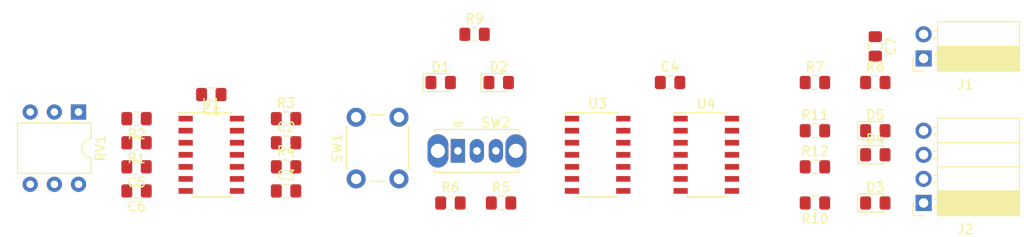
<source format=kicad_pcb>
(kicad_pcb (version 20171130) (host pcbnew 5.0.2+dfsg1-1)

  (general
    (thickness 1.6)
    (drawings 0)
    (tracks 0)
    (zones 0)
    (modules 32)
    (nets 29)
  )

  (page A4)
  (layers
    (0 F.Cu signal)
    (31 B.Cu signal)
    (32 B.Adhes user)
    (33 F.Adhes user)
    (34 B.Paste user)
    (35 F.Paste user)
    (36 B.SilkS user)
    (37 F.SilkS user)
    (38 B.Mask user)
    (39 F.Mask user)
    (40 Dwgs.User user)
    (41 Cmts.User user)
    (42 Eco1.User user)
    (43 Eco2.User user)
    (44 Edge.Cuts user)
    (45 Margin user)
    (46 B.CrtYd user)
    (47 F.CrtYd user)
    (48 B.Fab user)
    (49 F.Fab user)
  )

  (setup
    (last_trace_width 0.25)
    (trace_clearance 0.2)
    (zone_clearance 0.508)
    (zone_45_only no)
    (trace_min 0.2)
    (segment_width 0.2)
    (edge_width 0.1)
    (via_size 0.8)
    (via_drill 0.4)
    (via_min_size 0.4)
    (via_min_drill 0.3)
    (uvia_size 0.3)
    (uvia_drill 0.1)
    (uvias_allowed no)
    (uvia_min_size 0.2)
    (uvia_min_drill 0.1)
    (pcb_text_width 0.3)
    (pcb_text_size 1.5 1.5)
    (mod_edge_width 0.15)
    (mod_text_size 1 1)
    (mod_text_width 0.15)
    (pad_size 1.5 1.5)
    (pad_drill 0.6)
    (pad_to_mask_clearance 0)
    (solder_mask_min_width 0.25)
    (aux_axis_origin 0 0)
    (visible_elements FFFDFF7F)
    (pcbplotparams
      (layerselection 0x010fc_ffffffff)
      (usegerberextensions false)
      (usegerberattributes false)
      (usegerberadvancedattributes false)
      (creategerberjobfile false)
      (excludeedgelayer true)
      (linewidth 0.100000)
      (plotframeref false)
      (viasonmask false)
      (mode 1)
      (useauxorigin false)
      (hpglpennumber 1)
      (hpglpenspeed 20)
      (hpglpendiameter 15.000000)
      (psnegative false)
      (psa4output false)
      (plotreference true)
      (plotvalue true)
      (plotinvisibletext false)
      (padsonsilk false)
      (subtractmaskfromsilk false)
      (outputformat 1)
      (mirror false)
      (drillshape 1)
      (scaleselection 1)
      (outputdirectory ""))
  )

  (net 0 "")
  (net 1 VCC)
  (net 2 GND)
  (net 3 "Net-(C2-Pad1)")
  (net 4 "Net-(C3-Pad1)")
  (net 5 "Net-(C5-Pad1)")
  (net 6 "Net-(C6-Pad1)")
  (net 7 "Net-(D1-Pad1)")
  (net 8 "Net-(D1-Pad2)")
  (net 9 "Net-(D2-Pad1)")
  (net 10 CLK)
  (net 11 "Net-(D3-Pad2)")
  (net 12 ~CLK~)
  (net 13 HLT)
  (net 14 ~WAKE~)
  (net 15 "Net-(R1-Pad2)")
  (net 16 "Net-(R2-Pad1)")
  (net 17 "Net-(R3-Pad2)")
  (net 18 "Net-(R5-Pad1)")
  (net 19 "Net-(R6-Pad1)")
  (net 20 "Net-(RV1-Pad3)")
  (net 21 "Net-(U1-Pad10)")
  (net 22 "Net-(U1-Pad9)")
  (net 23 "Net-(U1-Pad5)")
  (net 24 "Net-(U3-Pad1)")
  (net 25 "Net-(U4-Pad3)")
  (net 26 "Net-(U4-Pad10)")
  (net 27 "Net-(D4-Pad2)")
  (net 28 "Net-(D5-Pad1)")

  (net_class Default "This is the default net class."
    (clearance 0.2)
    (trace_width 0.25)
    (via_dia 0.8)
    (via_drill 0.4)
    (uvia_dia 0.3)
    (uvia_drill 0.1)
    (add_net CLK)
    (add_net GND)
    (add_net HLT)
    (add_net "Net-(C2-Pad1)")
    (add_net "Net-(C3-Pad1)")
    (add_net "Net-(C5-Pad1)")
    (add_net "Net-(C6-Pad1)")
    (add_net "Net-(D1-Pad1)")
    (add_net "Net-(D1-Pad2)")
    (add_net "Net-(D2-Pad1)")
    (add_net "Net-(D3-Pad2)")
    (add_net "Net-(D4-Pad2)")
    (add_net "Net-(D5-Pad1)")
    (add_net "Net-(R1-Pad2)")
    (add_net "Net-(R2-Pad1)")
    (add_net "Net-(R3-Pad2)")
    (add_net "Net-(R5-Pad1)")
    (add_net "Net-(R6-Pad1)")
    (add_net "Net-(RV1-Pad3)")
    (add_net "Net-(U1-Pad10)")
    (add_net "Net-(U1-Pad5)")
    (add_net "Net-(U1-Pad9)")
    (add_net "Net-(U3-Pad1)")
    (add_net "Net-(U4-Pad10)")
    (add_net "Net-(U4-Pad3)")
    (add_net VCC)
    (add_net ~CLK~)
    (add_net ~WAKE~)
  )

  (module LED_SMD:LED_0805_2012Metric_Pad1.15x1.40mm_HandSolder (layer F.Cu) (tedit 5B4B45C9) (tstamp 5EEF4BB4)
    (at 116.84 45.72)
    (descr "LED SMD 0805 (2012 Metric), square (rectangular) end terminal, IPC_7351 nominal, (Body size source: https://docs.google.com/spreadsheets/d/1BsfQQcO9C6DZCsRaXUlFlo91Tg2WpOkGARC1WS5S8t0/edit?usp=sharing), generated with kicad-footprint-generator")
    (tags "LED handsolder")
    (path /5EEFBDEC)
    (attr smd)
    (fp_text reference D4 (at 0 -1.65) (layer F.SilkS)
      (effects (font (size 1 1) (thickness 0.15)))
    )
    (fp_text value LED (at 0 1.65) (layer F.Fab)
      (effects (font (size 1 1) (thickness 0.15)))
    )
    (fp_text user %R (at 0 0) (layer F.Fab)
      (effects (font (size 0.5 0.5) (thickness 0.08)))
    )
    (fp_line (start 1.85 0.95) (end -1.85 0.95) (layer F.CrtYd) (width 0.05))
    (fp_line (start 1.85 -0.95) (end 1.85 0.95) (layer F.CrtYd) (width 0.05))
    (fp_line (start -1.85 -0.95) (end 1.85 -0.95) (layer F.CrtYd) (width 0.05))
    (fp_line (start -1.85 0.95) (end -1.85 -0.95) (layer F.CrtYd) (width 0.05))
    (fp_line (start -1.86 0.96) (end 1 0.96) (layer F.SilkS) (width 0.12))
    (fp_line (start -1.86 -0.96) (end -1.86 0.96) (layer F.SilkS) (width 0.12))
    (fp_line (start 1 -0.96) (end -1.86 -0.96) (layer F.SilkS) (width 0.12))
    (fp_line (start 1 0.6) (end 1 -0.6) (layer F.Fab) (width 0.1))
    (fp_line (start -1 0.6) (end 1 0.6) (layer F.Fab) (width 0.1))
    (fp_line (start -1 -0.3) (end -1 0.6) (layer F.Fab) (width 0.1))
    (fp_line (start -0.7 -0.6) (end -1 -0.3) (layer F.Fab) (width 0.1))
    (fp_line (start 1 -0.6) (end -0.7 -0.6) (layer F.Fab) (width 0.1))
    (pad 2 smd roundrect (at 1.025 0) (size 1.15 1.4) (layers F.Cu F.Paste F.Mask) (roundrect_rratio 0.217391)
      (net 27 "Net-(D4-Pad2)"))
    (pad 1 smd roundrect (at -1.025 0) (size 1.15 1.4) (layers F.Cu F.Paste F.Mask) (roundrect_rratio 0.217391)
      (net 13 HLT))
    (model ${KISYS3DMOD}/LED_SMD.3dshapes/LED_0805_2012Metric.wrl
      (at (xyz 0 0 0))
      (scale (xyz 1 1 1))
      (rotate (xyz 0 0 0))
    )
  )

  (module LED_SMD:LED_0805_2012Metric_Pad1.15x1.40mm_HandSolder (layer F.Cu) (tedit 5B4B45C9) (tstamp 5EEF4B35)
    (at 116.84 43.18)
    (descr "LED SMD 0805 (2012 Metric), square (rectangular) end terminal, IPC_7351 nominal, (Body size source: https://docs.google.com/spreadsheets/d/1BsfQQcO9C6DZCsRaXUlFlo91Tg2WpOkGARC1WS5S8t0/edit?usp=sharing), generated with kicad-footprint-generator")
    (tags "LED handsolder")
    (path /5EF27CC4)
    (attr smd)
    (fp_text reference D5 (at 0 -1.65) (layer F.SilkS)
      (effects (font (size 1 1) (thickness 0.15)))
    )
    (fp_text value LED (at 0 1.65) (layer F.Fab)
      (effects (font (size 1 1) (thickness 0.15)))
    )
    (fp_line (start 1 -0.6) (end -0.7 -0.6) (layer F.Fab) (width 0.1))
    (fp_line (start -0.7 -0.6) (end -1 -0.3) (layer F.Fab) (width 0.1))
    (fp_line (start -1 -0.3) (end -1 0.6) (layer F.Fab) (width 0.1))
    (fp_line (start -1 0.6) (end 1 0.6) (layer F.Fab) (width 0.1))
    (fp_line (start 1 0.6) (end 1 -0.6) (layer F.Fab) (width 0.1))
    (fp_line (start 1 -0.96) (end -1.86 -0.96) (layer F.SilkS) (width 0.12))
    (fp_line (start -1.86 -0.96) (end -1.86 0.96) (layer F.SilkS) (width 0.12))
    (fp_line (start -1.86 0.96) (end 1 0.96) (layer F.SilkS) (width 0.12))
    (fp_line (start -1.85 0.95) (end -1.85 -0.95) (layer F.CrtYd) (width 0.05))
    (fp_line (start -1.85 -0.95) (end 1.85 -0.95) (layer F.CrtYd) (width 0.05))
    (fp_line (start 1.85 -0.95) (end 1.85 0.95) (layer F.CrtYd) (width 0.05))
    (fp_line (start 1.85 0.95) (end -1.85 0.95) (layer F.CrtYd) (width 0.05))
    (fp_text user %R (at 0 0) (layer F.Fab)
      (effects (font (size 0.5 0.5) (thickness 0.08)))
    )
    (pad 1 smd roundrect (at -1.025 0) (size 1.15 1.4) (layers F.Cu F.Paste F.Mask) (roundrect_rratio 0.217391)
      (net 28 "Net-(D5-Pad1)"))
    (pad 2 smd roundrect (at 1.025 0) (size 1.15 1.4) (layers F.Cu F.Paste F.Mask) (roundrect_rratio 0.217391)
      (net 14 ~WAKE~))
    (model ${KISYS3DMOD}/LED_SMD.3dshapes/LED_0805_2012Metric.wrl
      (at (xyz 0 0 0))
      (scale (xyz 1 1 1))
      (rotate (xyz 0 0 0))
    )
  )

  (module Resistor_SMD:R_0805_2012Metric_Pad1.15x1.40mm_HandSolder (layer F.Cu) (tedit 5B36C52B) (tstamp 5EEF48E4)
    (at 110.49 46.99)
    (descr "Resistor SMD 0805 (2012 Metric), square (rectangular) end terminal, IPC_7351 nominal with elongated pad for handsoldering. (Body size source: https://docs.google.com/spreadsheets/d/1BsfQQcO9C6DZCsRaXUlFlo91Tg2WpOkGARC1WS5S8t0/edit?usp=sharing), generated with kicad-footprint-generator")
    (tags "resistor handsolder")
    (path /5EF27D54)
    (attr smd)
    (fp_text reference R12 (at 0 -1.65) (layer F.SilkS)
      (effects (font (size 1 1) (thickness 0.15)))
    )
    (fp_text value 330 (at 0 1.65) (layer F.Fab)
      (effects (font (size 1 1) (thickness 0.15)))
    )
    (fp_text user %R (at 0 0) (layer F.Fab)
      (effects (font (size 0.5 0.5) (thickness 0.08)))
    )
    (fp_line (start 1.85 0.95) (end -1.85 0.95) (layer F.CrtYd) (width 0.05))
    (fp_line (start 1.85 -0.95) (end 1.85 0.95) (layer F.CrtYd) (width 0.05))
    (fp_line (start -1.85 -0.95) (end 1.85 -0.95) (layer F.CrtYd) (width 0.05))
    (fp_line (start -1.85 0.95) (end -1.85 -0.95) (layer F.CrtYd) (width 0.05))
    (fp_line (start -0.261252 0.71) (end 0.261252 0.71) (layer F.SilkS) (width 0.12))
    (fp_line (start -0.261252 -0.71) (end 0.261252 -0.71) (layer F.SilkS) (width 0.12))
    (fp_line (start 1 0.6) (end -1 0.6) (layer F.Fab) (width 0.1))
    (fp_line (start 1 -0.6) (end 1 0.6) (layer F.Fab) (width 0.1))
    (fp_line (start -1 -0.6) (end 1 -0.6) (layer F.Fab) (width 0.1))
    (fp_line (start -1 0.6) (end -1 -0.6) (layer F.Fab) (width 0.1))
    (pad 2 smd roundrect (at 1.025 0) (size 1.15 1.4) (layers F.Cu F.Paste F.Mask) (roundrect_rratio 0.217391)
      (net 28 "Net-(D5-Pad1)"))
    (pad 1 smd roundrect (at -1.025 0) (size 1.15 1.4) (layers F.Cu F.Paste F.Mask) (roundrect_rratio 0.217391)
      (net 1 VCC))
    (model ${KISYS3DMOD}/Resistor_SMD.3dshapes/R_0805_2012Metric.wrl
      (at (xyz 0 0 0))
      (scale (xyz 1 1 1))
      (rotate (xyz 0 0 0))
    )
  )

  (module Resistor_SMD:R_0805_2012Metric_Pad1.15x1.40mm_HandSolder (layer F.Cu) (tedit 5B36C52B) (tstamp 5EEF48D3)
    (at 110.49 43.18)
    (descr "Resistor SMD 0805 (2012 Metric), square (rectangular) end terminal, IPC_7351 nominal with elongated pad for handsoldering. (Body size source: https://docs.google.com/spreadsheets/d/1BsfQQcO9C6DZCsRaXUlFlo91Tg2WpOkGARC1WS5S8t0/edit?usp=sharing), generated with kicad-footprint-generator")
    (tags "resistor handsolder")
    (path /5EEFBEF8)
    (attr smd)
    (fp_text reference R11 (at 0 -1.65) (layer F.SilkS)
      (effects (font (size 1 1) (thickness 0.15)))
    )
    (fp_text value 330 (at 0 1.65) (layer F.Fab)
      (effects (font (size 1 1) (thickness 0.15)))
    )
    (fp_line (start -1 0.6) (end -1 -0.6) (layer F.Fab) (width 0.1))
    (fp_line (start -1 -0.6) (end 1 -0.6) (layer F.Fab) (width 0.1))
    (fp_line (start 1 -0.6) (end 1 0.6) (layer F.Fab) (width 0.1))
    (fp_line (start 1 0.6) (end -1 0.6) (layer F.Fab) (width 0.1))
    (fp_line (start -0.261252 -0.71) (end 0.261252 -0.71) (layer F.SilkS) (width 0.12))
    (fp_line (start -0.261252 0.71) (end 0.261252 0.71) (layer F.SilkS) (width 0.12))
    (fp_line (start -1.85 0.95) (end -1.85 -0.95) (layer F.CrtYd) (width 0.05))
    (fp_line (start -1.85 -0.95) (end 1.85 -0.95) (layer F.CrtYd) (width 0.05))
    (fp_line (start 1.85 -0.95) (end 1.85 0.95) (layer F.CrtYd) (width 0.05))
    (fp_line (start 1.85 0.95) (end -1.85 0.95) (layer F.CrtYd) (width 0.05))
    (fp_text user %R (at 0 0) (layer F.Fab)
      (effects (font (size 0.5 0.5) (thickness 0.08)))
    )
    (pad 1 smd roundrect (at -1.025 0) (size 1.15 1.4) (layers F.Cu F.Paste F.Mask) (roundrect_rratio 0.217391)
      (net 27 "Net-(D4-Pad2)"))
    (pad 2 smd roundrect (at 1.025 0) (size 1.15 1.4) (layers F.Cu F.Paste F.Mask) (roundrect_rratio 0.217391)
      (net 2 GND))
    (model ${KISYS3DMOD}/Resistor_SMD.3dshapes/R_0805_2012Metric.wrl
      (at (xyz 0 0 0))
      (scale (xyz 1 1 1))
      (rotate (xyz 0 0 0))
    )
  )

  (module Capacitor_SMD:C_0805_2012Metric_Pad1.15x1.40mm_HandSolder (layer F.Cu) (tedit 5B36C52B) (tstamp 5EEF3488)
    (at 46.99 39.37 180)
    (descr "Capacitor SMD 0805 (2012 Metric), square (rectangular) end terminal, IPC_7351 nominal with elongated pad for handsoldering. (Body size source: https://docs.google.com/spreadsheets/d/1BsfQQcO9C6DZCsRaXUlFlo91Tg2WpOkGARC1WS5S8t0/edit?usp=sharing), generated with kicad-footprint-generator")
    (tags "capacitor handsolder")
    (path /5EF9C3EA)
    (attr smd)
    (fp_text reference C1 (at 0 -1.65 180) (layer F.SilkS)
      (effects (font (size 1 1) (thickness 0.15)))
    )
    (fp_text value 100nF (at 0 1.65 180) (layer F.Fab)
      (effects (font (size 1 1) (thickness 0.15)))
    )
    (fp_line (start -1 0.6) (end -1 -0.6) (layer F.Fab) (width 0.1))
    (fp_line (start -1 -0.6) (end 1 -0.6) (layer F.Fab) (width 0.1))
    (fp_line (start 1 -0.6) (end 1 0.6) (layer F.Fab) (width 0.1))
    (fp_line (start 1 0.6) (end -1 0.6) (layer F.Fab) (width 0.1))
    (fp_line (start -0.261252 -0.71) (end 0.261252 -0.71) (layer F.SilkS) (width 0.12))
    (fp_line (start -0.261252 0.71) (end 0.261252 0.71) (layer F.SilkS) (width 0.12))
    (fp_line (start -1.85 0.95) (end -1.85 -0.95) (layer F.CrtYd) (width 0.05))
    (fp_line (start -1.85 -0.95) (end 1.85 -0.95) (layer F.CrtYd) (width 0.05))
    (fp_line (start 1.85 -0.95) (end 1.85 0.95) (layer F.CrtYd) (width 0.05))
    (fp_line (start 1.85 0.95) (end -1.85 0.95) (layer F.CrtYd) (width 0.05))
    (fp_text user %R (at 0 0 180) (layer F.Fab)
      (effects (font (size 0.5 0.5) (thickness 0.08)))
    )
    (pad 1 smd roundrect (at -1.025 0 180) (size 1.15 1.4) (layers F.Cu F.Paste F.Mask) (roundrect_rratio 0.217391)
      (net 1 VCC))
    (pad 2 smd roundrect (at 1.025 0 180) (size 1.15 1.4) (layers F.Cu F.Paste F.Mask) (roundrect_rratio 0.217391)
      (net 2 GND))
    (model ${KISYS3DMOD}/Capacitor_SMD.3dshapes/C_0805_2012Metric.wrl
      (at (xyz 0 0 0))
      (scale (xyz 1 1 1))
      (rotate (xyz 0 0 0))
    )
  )

  (module Capacitor_SMD:C_0805_2012Metric_Pad1.15x1.40mm_HandSolder (layer F.Cu) (tedit 5B36C52B) (tstamp 5EEE6310)
    (at 54.855 44.45)
    (descr "Capacitor SMD 0805 (2012 Metric), square (rectangular) end terminal, IPC_7351 nominal with elongated pad for handsoldering. (Body size source: https://docs.google.com/spreadsheets/d/1BsfQQcO9C6DZCsRaXUlFlo91Tg2WpOkGARC1WS5S8t0/edit?usp=sharing), generated with kicad-footprint-generator")
    (tags "capacitor handsolder")
    (path /5EEE7429)
    (attr smd)
    (fp_text reference C2 (at 0 -1.65) (layer F.SilkS)
      (effects (font (size 1 1) (thickness 0.15)))
    )
    (fp_text value 10nF (at 0 1.65) (layer F.Fab)
      (effects (font (size 1 1) (thickness 0.15)))
    )
    (fp_line (start -1 0.6) (end -1 -0.6) (layer F.Fab) (width 0.1))
    (fp_line (start -1 -0.6) (end 1 -0.6) (layer F.Fab) (width 0.1))
    (fp_line (start 1 -0.6) (end 1 0.6) (layer F.Fab) (width 0.1))
    (fp_line (start 1 0.6) (end -1 0.6) (layer F.Fab) (width 0.1))
    (fp_line (start -0.261252 -0.71) (end 0.261252 -0.71) (layer F.SilkS) (width 0.12))
    (fp_line (start -0.261252 0.71) (end 0.261252 0.71) (layer F.SilkS) (width 0.12))
    (fp_line (start -1.85 0.95) (end -1.85 -0.95) (layer F.CrtYd) (width 0.05))
    (fp_line (start -1.85 -0.95) (end 1.85 -0.95) (layer F.CrtYd) (width 0.05))
    (fp_line (start 1.85 -0.95) (end 1.85 0.95) (layer F.CrtYd) (width 0.05))
    (fp_line (start 1.85 0.95) (end -1.85 0.95) (layer F.CrtYd) (width 0.05))
    (fp_text user %R (at 0 0) (layer F.Fab)
      (effects (font (size 0.5 0.5) (thickness 0.08)))
    )
    (pad 1 smd roundrect (at -1.025 0) (size 1.15 1.4) (layers F.Cu F.Paste F.Mask) (roundrect_rratio 0.217391)
      (net 3 "Net-(C2-Pad1)"))
    (pad 2 smd roundrect (at 1.025 0) (size 1.15 1.4) (layers F.Cu F.Paste F.Mask) (roundrect_rratio 0.217391)
      (net 2 GND))
    (model ${KISYS3DMOD}/Capacitor_SMD.3dshapes/C_0805_2012Metric.wrl
      (at (xyz 0 0 0))
      (scale (xyz 1 1 1))
      (rotate (xyz 0 0 0))
    )
  )

  (module Capacitor_SMD:C_0805_2012Metric_Pad1.15x1.40mm_HandSolder (layer F.Cu) (tedit 5B36C52B) (tstamp 5EEE6321)
    (at 54.855 49.53)
    (descr "Capacitor SMD 0805 (2012 Metric), square (rectangular) end terminal, IPC_7351 nominal with elongated pad for handsoldering. (Body size source: https://docs.google.com/spreadsheets/d/1BsfQQcO9C6DZCsRaXUlFlo91Tg2WpOkGARC1WS5S8t0/edit?usp=sharing), generated with kicad-footprint-generator")
    (tags "capacitor handsolder")
    (path /5EEE7523)
    (attr smd)
    (fp_text reference C3 (at 0 -1.65) (layer F.SilkS)
      (effects (font (size 1 1) (thickness 0.15)))
    )
    (fp_text value 100nF (at 0 1.65) (layer F.Fab)
      (effects (font (size 1 1) (thickness 0.15)))
    )
    (fp_text user %R (at 0 0) (layer F.Fab)
      (effects (font (size 0.5 0.5) (thickness 0.08)))
    )
    (fp_line (start 1.85 0.95) (end -1.85 0.95) (layer F.CrtYd) (width 0.05))
    (fp_line (start 1.85 -0.95) (end 1.85 0.95) (layer F.CrtYd) (width 0.05))
    (fp_line (start -1.85 -0.95) (end 1.85 -0.95) (layer F.CrtYd) (width 0.05))
    (fp_line (start -1.85 0.95) (end -1.85 -0.95) (layer F.CrtYd) (width 0.05))
    (fp_line (start -0.261252 0.71) (end 0.261252 0.71) (layer F.SilkS) (width 0.12))
    (fp_line (start -0.261252 -0.71) (end 0.261252 -0.71) (layer F.SilkS) (width 0.12))
    (fp_line (start 1 0.6) (end -1 0.6) (layer F.Fab) (width 0.1))
    (fp_line (start 1 -0.6) (end 1 0.6) (layer F.Fab) (width 0.1))
    (fp_line (start -1 -0.6) (end 1 -0.6) (layer F.Fab) (width 0.1))
    (fp_line (start -1 0.6) (end -1 -0.6) (layer F.Fab) (width 0.1))
    (pad 2 smd roundrect (at 1.025 0) (size 1.15 1.4) (layers F.Cu F.Paste F.Mask) (roundrect_rratio 0.217391)
      (net 2 GND))
    (pad 1 smd roundrect (at -1.025 0) (size 1.15 1.4) (layers F.Cu F.Paste F.Mask) (roundrect_rratio 0.217391)
      (net 4 "Net-(C3-Pad1)"))
    (model ${KISYS3DMOD}/Capacitor_SMD.3dshapes/C_0805_2012Metric.wrl
      (at (xyz 0 0 0))
      (scale (xyz 1 1 1))
      (rotate (xyz 0 0 0))
    )
  )

  (module Capacitor_SMD:C_0805_2012Metric_Pad1.15x1.40mm_HandSolder (layer F.Cu) (tedit 5B36C52B) (tstamp 5EEE6332)
    (at 95.25 38.1)
    (descr "Capacitor SMD 0805 (2012 Metric), square (rectangular) end terminal, IPC_7351 nominal with elongated pad for handsoldering. (Body size source: https://docs.google.com/spreadsheets/d/1BsfQQcO9C6DZCsRaXUlFlo91Tg2WpOkGARC1WS5S8t0/edit?usp=sharing), generated with kicad-footprint-generator")
    (tags "capacitor handsolder")
    (path /5EF9C566)
    (attr smd)
    (fp_text reference C4 (at 0 -1.65) (layer F.SilkS)
      (effects (font (size 1 1) (thickness 0.15)))
    )
    (fp_text value 100nF (at 0 1.65) (layer F.Fab)
      (effects (font (size 1 1) (thickness 0.15)))
    )
    (fp_line (start -1 0.6) (end -1 -0.6) (layer F.Fab) (width 0.1))
    (fp_line (start -1 -0.6) (end 1 -0.6) (layer F.Fab) (width 0.1))
    (fp_line (start 1 -0.6) (end 1 0.6) (layer F.Fab) (width 0.1))
    (fp_line (start 1 0.6) (end -1 0.6) (layer F.Fab) (width 0.1))
    (fp_line (start -0.261252 -0.71) (end 0.261252 -0.71) (layer F.SilkS) (width 0.12))
    (fp_line (start -0.261252 0.71) (end 0.261252 0.71) (layer F.SilkS) (width 0.12))
    (fp_line (start -1.85 0.95) (end -1.85 -0.95) (layer F.CrtYd) (width 0.05))
    (fp_line (start -1.85 -0.95) (end 1.85 -0.95) (layer F.CrtYd) (width 0.05))
    (fp_line (start 1.85 -0.95) (end 1.85 0.95) (layer F.CrtYd) (width 0.05))
    (fp_line (start 1.85 0.95) (end -1.85 0.95) (layer F.CrtYd) (width 0.05))
    (fp_text user %R (at 0 0) (layer F.Fab)
      (effects (font (size 0.5 0.5) (thickness 0.08)))
    )
    (pad 1 smd roundrect (at -1.025 0) (size 1.15 1.4) (layers F.Cu F.Paste F.Mask) (roundrect_rratio 0.217391)
      (net 1 VCC))
    (pad 2 smd roundrect (at 1.025 0) (size 1.15 1.4) (layers F.Cu F.Paste F.Mask) (roundrect_rratio 0.217391)
      (net 2 GND))
    (model ${KISYS3DMOD}/Capacitor_SMD.3dshapes/C_0805_2012Metric.wrl
      (at (xyz 0 0 0))
      (scale (xyz 1 1 1))
      (rotate (xyz 0 0 0))
    )
  )

  (module Capacitor_SMD:C_0805_2012Metric_Pad1.15x1.40mm_HandSolder (layer F.Cu) (tedit 5B36C52B) (tstamp 5EEE6343)
    (at 39.125 46.99 180)
    (descr "Capacitor SMD 0805 (2012 Metric), square (rectangular) end terminal, IPC_7351 nominal with elongated pad for handsoldering. (Body size source: https://docs.google.com/spreadsheets/d/1BsfQQcO9C6DZCsRaXUlFlo91Tg2WpOkGARC1WS5S8t0/edit?usp=sharing), generated with kicad-footprint-generator")
    (tags "capacitor handsolder")
    (path /5EEE39BF)
    (attr smd)
    (fp_text reference C5 (at 0 -1.65 180) (layer F.SilkS)
      (effects (font (size 1 1) (thickness 0.15)))
    )
    (fp_text value 10nF (at 0 1.65 180) (layer F.Fab)
      (effects (font (size 1 1) (thickness 0.15)))
    )
    (fp_line (start -1 0.6) (end -1 -0.6) (layer F.Fab) (width 0.1))
    (fp_line (start -1 -0.6) (end 1 -0.6) (layer F.Fab) (width 0.1))
    (fp_line (start 1 -0.6) (end 1 0.6) (layer F.Fab) (width 0.1))
    (fp_line (start 1 0.6) (end -1 0.6) (layer F.Fab) (width 0.1))
    (fp_line (start -0.261252 -0.71) (end 0.261252 -0.71) (layer F.SilkS) (width 0.12))
    (fp_line (start -0.261252 0.71) (end 0.261252 0.71) (layer F.SilkS) (width 0.12))
    (fp_line (start -1.85 0.95) (end -1.85 -0.95) (layer F.CrtYd) (width 0.05))
    (fp_line (start -1.85 -0.95) (end 1.85 -0.95) (layer F.CrtYd) (width 0.05))
    (fp_line (start 1.85 -0.95) (end 1.85 0.95) (layer F.CrtYd) (width 0.05))
    (fp_line (start 1.85 0.95) (end -1.85 0.95) (layer F.CrtYd) (width 0.05))
    (fp_text user %R (at 0 0 180) (layer F.Fab)
      (effects (font (size 0.5 0.5) (thickness 0.08)))
    )
    (pad 1 smd roundrect (at -1.025 0 180) (size 1.15 1.4) (layers F.Cu F.Paste F.Mask) (roundrect_rratio 0.217391)
      (net 5 "Net-(C5-Pad1)"))
    (pad 2 smd roundrect (at 1.025 0 180) (size 1.15 1.4) (layers F.Cu F.Paste F.Mask) (roundrect_rratio 0.217391)
      (net 2 GND))
    (model ${KISYS3DMOD}/Capacitor_SMD.3dshapes/C_0805_2012Metric.wrl
      (at (xyz 0 0 0))
      (scale (xyz 1 1 1))
      (rotate (xyz 0 0 0))
    )
  )

  (module Capacitor_SMD:C_0805_2012Metric_Pad1.15x1.40mm_HandSolder (layer F.Cu) (tedit 5B36C52B) (tstamp 5EEE6354)
    (at 39.125 49.53 180)
    (descr "Capacitor SMD 0805 (2012 Metric), square (rectangular) end terminal, IPC_7351 nominal with elongated pad for handsoldering. (Body size source: https://docs.google.com/spreadsheets/d/1BsfQQcO9C6DZCsRaXUlFlo91Tg2WpOkGARC1WS5S8t0/edit?usp=sharing), generated with kicad-footprint-generator")
    (tags "capacitor handsolder")
    (path /5EEE3B47)
    (attr smd)
    (fp_text reference C6 (at 0 -1.65 180) (layer F.SilkS)
      (effects (font (size 1 1) (thickness 0.15)))
    )
    (fp_text value 1μF (at 0 1.65 180) (layer F.Fab)
      (effects (font (size 1 1) (thickness 0.15)))
    )
    (fp_text user %R (at 0 0 180) (layer F.Fab)
      (effects (font (size 0.5 0.5) (thickness 0.08)))
    )
    (fp_line (start 1.85 0.95) (end -1.85 0.95) (layer F.CrtYd) (width 0.05))
    (fp_line (start 1.85 -0.95) (end 1.85 0.95) (layer F.CrtYd) (width 0.05))
    (fp_line (start -1.85 -0.95) (end 1.85 -0.95) (layer F.CrtYd) (width 0.05))
    (fp_line (start -1.85 0.95) (end -1.85 -0.95) (layer F.CrtYd) (width 0.05))
    (fp_line (start -0.261252 0.71) (end 0.261252 0.71) (layer F.SilkS) (width 0.12))
    (fp_line (start -0.261252 -0.71) (end 0.261252 -0.71) (layer F.SilkS) (width 0.12))
    (fp_line (start 1 0.6) (end -1 0.6) (layer F.Fab) (width 0.1))
    (fp_line (start 1 -0.6) (end 1 0.6) (layer F.Fab) (width 0.1))
    (fp_line (start -1 -0.6) (end 1 -0.6) (layer F.Fab) (width 0.1))
    (fp_line (start -1 0.6) (end -1 -0.6) (layer F.Fab) (width 0.1))
    (pad 2 smd roundrect (at 1.025 0 180) (size 1.15 1.4) (layers F.Cu F.Paste F.Mask) (roundrect_rratio 0.217391)
      (net 2 GND))
    (pad 1 smd roundrect (at -1.025 0 180) (size 1.15 1.4) (layers F.Cu F.Paste F.Mask) (roundrect_rratio 0.217391)
      (net 6 "Net-(C6-Pad1)"))
    (model ${KISYS3DMOD}/Capacitor_SMD.3dshapes/C_0805_2012Metric.wrl
      (at (xyz 0 0 0))
      (scale (xyz 1 1 1))
      (rotate (xyz 0 0 0))
    )
  )

  (module Capacitor_SMD:C_0805_2012Metric_Pad1.15x1.40mm_HandSolder (layer F.Cu) (tedit 5B36C52B) (tstamp 5EEE6365)
    (at 116.84 34.29 270)
    (descr "Capacitor SMD 0805 (2012 Metric), square (rectangular) end terminal, IPC_7351 nominal with elongated pad for handsoldering. (Body size source: https://docs.google.com/spreadsheets/d/1BsfQQcO9C6DZCsRaXUlFlo91Tg2WpOkGARC1WS5S8t0/edit?usp=sharing), generated with kicad-footprint-generator")
    (tags "capacitor handsolder")
    (path /5EF9C798)
    (attr smd)
    (fp_text reference C7 (at 0 -1.65 270) (layer F.SilkS)
      (effects (font (size 1 1) (thickness 0.15)))
    )
    (fp_text value 100nF (at 0 1.65 270) (layer F.Fab)
      (effects (font (size 1 1) (thickness 0.15)))
    )
    (fp_text user %R (at 0 0 270) (layer F.Fab)
      (effects (font (size 0.5 0.5) (thickness 0.08)))
    )
    (fp_line (start 1.85 0.95) (end -1.85 0.95) (layer F.CrtYd) (width 0.05))
    (fp_line (start 1.85 -0.95) (end 1.85 0.95) (layer F.CrtYd) (width 0.05))
    (fp_line (start -1.85 -0.95) (end 1.85 -0.95) (layer F.CrtYd) (width 0.05))
    (fp_line (start -1.85 0.95) (end -1.85 -0.95) (layer F.CrtYd) (width 0.05))
    (fp_line (start -0.261252 0.71) (end 0.261252 0.71) (layer F.SilkS) (width 0.12))
    (fp_line (start -0.261252 -0.71) (end 0.261252 -0.71) (layer F.SilkS) (width 0.12))
    (fp_line (start 1 0.6) (end -1 0.6) (layer F.Fab) (width 0.1))
    (fp_line (start 1 -0.6) (end 1 0.6) (layer F.Fab) (width 0.1))
    (fp_line (start -1 -0.6) (end 1 -0.6) (layer F.Fab) (width 0.1))
    (fp_line (start -1 0.6) (end -1 -0.6) (layer F.Fab) (width 0.1))
    (pad 2 smd roundrect (at 1.025 0 270) (size 1.15 1.4) (layers F.Cu F.Paste F.Mask) (roundrect_rratio 0.217391)
      (net 2 GND))
    (pad 1 smd roundrect (at -1.025 0 270) (size 1.15 1.4) (layers F.Cu F.Paste F.Mask) (roundrect_rratio 0.217391)
      (net 1 VCC))
    (model ${KISYS3DMOD}/Capacitor_SMD.3dshapes/C_0805_2012Metric.wrl
      (at (xyz 0 0 0))
      (scale (xyz 1 1 1))
      (rotate (xyz 0 0 0))
    )
  )

  (module LED_SMD:LED_0805_2012Metric_Pad1.15x1.40mm_HandSolder (layer F.Cu) (tedit 5B4B45C9) (tstamp 5EEE6378)
    (at 71.12 38.1)
    (descr "LED SMD 0805 (2012 Metric), square (rectangular) end terminal, IPC_7351 nominal, (Body size source: https://docs.google.com/spreadsheets/d/1BsfQQcO9C6DZCsRaXUlFlo91Tg2WpOkGARC1WS5S8t0/edit?usp=sharing), generated with kicad-footprint-generator")
    (tags "LED handsolder")
    (path /5EFCC700)
    (attr smd)
    (fp_text reference D1 (at 0 -1.65) (layer F.SilkS)
      (effects (font (size 1 1) (thickness 0.15)))
    )
    (fp_text value LED (at 0 1.65) (layer F.Fab)
      (effects (font (size 1 1) (thickness 0.15)))
    )
    (fp_line (start 1 -0.6) (end -0.7 -0.6) (layer F.Fab) (width 0.1))
    (fp_line (start -0.7 -0.6) (end -1 -0.3) (layer F.Fab) (width 0.1))
    (fp_line (start -1 -0.3) (end -1 0.6) (layer F.Fab) (width 0.1))
    (fp_line (start -1 0.6) (end 1 0.6) (layer F.Fab) (width 0.1))
    (fp_line (start 1 0.6) (end 1 -0.6) (layer F.Fab) (width 0.1))
    (fp_line (start 1 -0.96) (end -1.86 -0.96) (layer F.SilkS) (width 0.12))
    (fp_line (start -1.86 -0.96) (end -1.86 0.96) (layer F.SilkS) (width 0.12))
    (fp_line (start -1.86 0.96) (end 1 0.96) (layer F.SilkS) (width 0.12))
    (fp_line (start -1.85 0.95) (end -1.85 -0.95) (layer F.CrtYd) (width 0.05))
    (fp_line (start -1.85 -0.95) (end 1.85 -0.95) (layer F.CrtYd) (width 0.05))
    (fp_line (start 1.85 -0.95) (end 1.85 0.95) (layer F.CrtYd) (width 0.05))
    (fp_line (start 1.85 0.95) (end -1.85 0.95) (layer F.CrtYd) (width 0.05))
    (fp_text user %R (at 0 0) (layer F.Fab)
      (effects (font (size 0.5 0.5) (thickness 0.08)))
    )
    (pad 1 smd roundrect (at -1.025 0) (size 1.15 1.4) (layers F.Cu F.Paste F.Mask) (roundrect_rratio 0.217391)
      (net 7 "Net-(D1-Pad1)"))
    (pad 2 smd roundrect (at 1.025 0) (size 1.15 1.4) (layers F.Cu F.Paste F.Mask) (roundrect_rratio 0.217391)
      (net 8 "Net-(D1-Pad2)"))
    (model ${KISYS3DMOD}/LED_SMD.3dshapes/LED_0805_2012Metric.wrl
      (at (xyz 0 0 0))
      (scale (xyz 1 1 1))
      (rotate (xyz 0 0 0))
    )
  )

  (module LED_SMD:LED_0805_2012Metric_Pad1.15x1.40mm_HandSolder (layer F.Cu) (tedit 5B4B45C9) (tstamp 5EEE638B)
    (at 77.225 38.1)
    (descr "LED SMD 0805 (2012 Metric), square (rectangular) end terminal, IPC_7351 nominal, (Body size source: https://docs.google.com/spreadsheets/d/1BsfQQcO9C6DZCsRaXUlFlo91Tg2WpOkGARC1WS5S8t0/edit?usp=sharing), generated with kicad-footprint-generator")
    (tags "LED handsolder")
    (path /5EFCCAEC)
    (attr smd)
    (fp_text reference D2 (at 0 -1.65) (layer F.SilkS)
      (effects (font (size 1 1) (thickness 0.15)))
    )
    (fp_text value LED (at 0 1.65) (layer F.Fab)
      (effects (font (size 1 1) (thickness 0.15)))
    )
    (fp_text user %R (at 0 0) (layer F.Fab)
      (effects (font (size 0.5 0.5) (thickness 0.08)))
    )
    (fp_line (start 1.85 0.95) (end -1.85 0.95) (layer F.CrtYd) (width 0.05))
    (fp_line (start 1.85 -0.95) (end 1.85 0.95) (layer F.CrtYd) (width 0.05))
    (fp_line (start -1.85 -0.95) (end 1.85 -0.95) (layer F.CrtYd) (width 0.05))
    (fp_line (start -1.85 0.95) (end -1.85 -0.95) (layer F.CrtYd) (width 0.05))
    (fp_line (start -1.86 0.96) (end 1 0.96) (layer F.SilkS) (width 0.12))
    (fp_line (start -1.86 -0.96) (end -1.86 0.96) (layer F.SilkS) (width 0.12))
    (fp_line (start 1 -0.96) (end -1.86 -0.96) (layer F.SilkS) (width 0.12))
    (fp_line (start 1 0.6) (end 1 -0.6) (layer F.Fab) (width 0.1))
    (fp_line (start -1 0.6) (end 1 0.6) (layer F.Fab) (width 0.1))
    (fp_line (start -1 -0.3) (end -1 0.6) (layer F.Fab) (width 0.1))
    (fp_line (start -0.7 -0.6) (end -1 -0.3) (layer F.Fab) (width 0.1))
    (fp_line (start 1 -0.6) (end -0.7 -0.6) (layer F.Fab) (width 0.1))
    (pad 2 smd roundrect (at 1.025 0) (size 1.15 1.4) (layers F.Cu F.Paste F.Mask) (roundrect_rratio 0.217391)
      (net 8 "Net-(D1-Pad2)"))
    (pad 1 smd roundrect (at -1.025 0) (size 1.15 1.4) (layers F.Cu F.Paste F.Mask) (roundrect_rratio 0.217391)
      (net 9 "Net-(D2-Pad1)"))
    (model ${KISYS3DMOD}/LED_SMD.3dshapes/LED_0805_2012Metric.wrl
      (at (xyz 0 0 0))
      (scale (xyz 1 1 1))
      (rotate (xyz 0 0 0))
    )
  )

  (module LED_SMD:LED_0805_2012Metric_Pad1.15x1.40mm_HandSolder (layer F.Cu) (tedit 5B4B45C9) (tstamp 5EEE639E)
    (at 116.84 50.8)
    (descr "LED SMD 0805 (2012 Metric), square (rectangular) end terminal, IPC_7351 nominal, (Body size source: https://docs.google.com/spreadsheets/d/1BsfQQcO9C6DZCsRaXUlFlo91Tg2WpOkGARC1WS5S8t0/edit?usp=sharing), generated with kicad-footprint-generator")
    (tags "LED handsolder")
    (path /5EF76F25)
    (attr smd)
    (fp_text reference D3 (at 0 -1.65) (layer F.SilkS)
      (effects (font (size 1 1) (thickness 0.15)))
    )
    (fp_text value LED (at 0 1.65) (layer F.Fab)
      (effects (font (size 1 1) (thickness 0.15)))
    )
    (fp_line (start 1 -0.6) (end -0.7 -0.6) (layer F.Fab) (width 0.1))
    (fp_line (start -0.7 -0.6) (end -1 -0.3) (layer F.Fab) (width 0.1))
    (fp_line (start -1 -0.3) (end -1 0.6) (layer F.Fab) (width 0.1))
    (fp_line (start -1 0.6) (end 1 0.6) (layer F.Fab) (width 0.1))
    (fp_line (start 1 0.6) (end 1 -0.6) (layer F.Fab) (width 0.1))
    (fp_line (start 1 -0.96) (end -1.86 -0.96) (layer F.SilkS) (width 0.12))
    (fp_line (start -1.86 -0.96) (end -1.86 0.96) (layer F.SilkS) (width 0.12))
    (fp_line (start -1.86 0.96) (end 1 0.96) (layer F.SilkS) (width 0.12))
    (fp_line (start -1.85 0.95) (end -1.85 -0.95) (layer F.CrtYd) (width 0.05))
    (fp_line (start -1.85 -0.95) (end 1.85 -0.95) (layer F.CrtYd) (width 0.05))
    (fp_line (start 1.85 -0.95) (end 1.85 0.95) (layer F.CrtYd) (width 0.05))
    (fp_line (start 1.85 0.95) (end -1.85 0.95) (layer F.CrtYd) (width 0.05))
    (fp_text user %R (at 0 0) (layer F.Fab)
      (effects (font (size 0.5 0.5) (thickness 0.08)))
    )
    (pad 1 smd roundrect (at -1.025 0) (size 1.15 1.4) (layers F.Cu F.Paste F.Mask) (roundrect_rratio 0.217391)
      (net 10 CLK))
    (pad 2 smd roundrect (at 1.025 0) (size 1.15 1.4) (layers F.Cu F.Paste F.Mask) (roundrect_rratio 0.217391)
      (net 11 "Net-(D3-Pad2)"))
    (model ${KISYS3DMOD}/LED_SMD.3dshapes/LED_0805_2012Metric.wrl
      (at (xyz 0 0 0))
      (scale (xyz 1 1 1))
      (rotate (xyz 0 0 0))
    )
  )

  (module Connector_PinSocket_2.54mm:PinSocket_1x02_P2.54mm_Horizontal (layer F.Cu) (tedit 5A19A41B) (tstamp 5EEE7E5C)
    (at 121.92 35.56 180)
    (descr "Through hole angled socket strip, 1x02, 2.54mm pitch, 8.51mm socket length, single row (from Kicad 4.0.7), script generated")
    (tags "Through hole angled socket strip THT 1x02 2.54mm single row")
    (path /5EEE95B9)
    (fp_text reference J1 (at -4.38 -2.77 180) (layer F.SilkS)
      (effects (font (size 1 1) (thickness 0.15)))
    )
    (fp_text value 01x02_F (at -4.38 5.31 180) (layer F.Fab)
      (effects (font (size 1 1) (thickness 0.15)))
    )
    (fp_line (start -10.03 -1.27) (end -2.49 -1.27) (layer F.Fab) (width 0.1))
    (fp_line (start -2.49 -1.27) (end -1.52 -0.3) (layer F.Fab) (width 0.1))
    (fp_line (start -1.52 -0.3) (end -1.52 3.81) (layer F.Fab) (width 0.1))
    (fp_line (start -1.52 3.81) (end -10.03 3.81) (layer F.Fab) (width 0.1))
    (fp_line (start -10.03 3.81) (end -10.03 -1.27) (layer F.Fab) (width 0.1))
    (fp_line (start 0 -0.3) (end -1.52 -0.3) (layer F.Fab) (width 0.1))
    (fp_line (start -1.52 0.3) (end 0 0.3) (layer F.Fab) (width 0.1))
    (fp_line (start 0 0.3) (end 0 -0.3) (layer F.Fab) (width 0.1))
    (fp_line (start 0 2.24) (end -1.52 2.24) (layer F.Fab) (width 0.1))
    (fp_line (start -1.52 2.84) (end 0 2.84) (layer F.Fab) (width 0.1))
    (fp_line (start 0 2.84) (end 0 2.24) (layer F.Fab) (width 0.1))
    (fp_line (start -10.09 -1.21) (end -1.46 -1.21) (layer F.SilkS) (width 0.12))
    (fp_line (start -10.09 -1.091905) (end -1.46 -1.091905) (layer F.SilkS) (width 0.12))
    (fp_line (start -10.09 -0.97381) (end -1.46 -0.97381) (layer F.SilkS) (width 0.12))
    (fp_line (start -10.09 -0.855715) (end -1.46 -0.855715) (layer F.SilkS) (width 0.12))
    (fp_line (start -10.09 -0.73762) (end -1.46 -0.73762) (layer F.SilkS) (width 0.12))
    (fp_line (start -10.09 -0.619525) (end -1.46 -0.619525) (layer F.SilkS) (width 0.12))
    (fp_line (start -10.09 -0.50143) (end -1.46 -0.50143) (layer F.SilkS) (width 0.12))
    (fp_line (start -10.09 -0.383335) (end -1.46 -0.383335) (layer F.SilkS) (width 0.12))
    (fp_line (start -10.09 -0.26524) (end -1.46 -0.26524) (layer F.SilkS) (width 0.12))
    (fp_line (start -10.09 -0.147145) (end -1.46 -0.147145) (layer F.SilkS) (width 0.12))
    (fp_line (start -10.09 -0.02905) (end -1.46 -0.02905) (layer F.SilkS) (width 0.12))
    (fp_line (start -10.09 0.089045) (end -1.46 0.089045) (layer F.SilkS) (width 0.12))
    (fp_line (start -10.09 0.20714) (end -1.46 0.20714) (layer F.SilkS) (width 0.12))
    (fp_line (start -10.09 0.325235) (end -1.46 0.325235) (layer F.SilkS) (width 0.12))
    (fp_line (start -10.09 0.44333) (end -1.46 0.44333) (layer F.SilkS) (width 0.12))
    (fp_line (start -10.09 0.561425) (end -1.46 0.561425) (layer F.SilkS) (width 0.12))
    (fp_line (start -10.09 0.67952) (end -1.46 0.67952) (layer F.SilkS) (width 0.12))
    (fp_line (start -10.09 0.797615) (end -1.46 0.797615) (layer F.SilkS) (width 0.12))
    (fp_line (start -10.09 0.91571) (end -1.46 0.91571) (layer F.SilkS) (width 0.12))
    (fp_line (start -10.09 1.033805) (end -1.46 1.033805) (layer F.SilkS) (width 0.12))
    (fp_line (start -10.09 1.1519) (end -1.46 1.1519) (layer F.SilkS) (width 0.12))
    (fp_line (start -1.46 -0.36) (end -1.11 -0.36) (layer F.SilkS) (width 0.12))
    (fp_line (start -1.46 0.36) (end -1.11 0.36) (layer F.SilkS) (width 0.12))
    (fp_line (start -1.46 2.18) (end -1.05 2.18) (layer F.SilkS) (width 0.12))
    (fp_line (start -1.46 2.9) (end -1.05 2.9) (layer F.SilkS) (width 0.12))
    (fp_line (start -10.09 1.27) (end -1.46 1.27) (layer F.SilkS) (width 0.12))
    (fp_line (start -10.09 -1.33) (end -1.46 -1.33) (layer F.SilkS) (width 0.12))
    (fp_line (start -1.46 -1.33) (end -1.46 3.87) (layer F.SilkS) (width 0.12))
    (fp_line (start -10.09 3.87) (end -1.46 3.87) (layer F.SilkS) (width 0.12))
    (fp_line (start -10.09 -1.33) (end -10.09 3.87) (layer F.SilkS) (width 0.12))
    (fp_line (start 1.11 -1.33) (end 1.11 0) (layer F.SilkS) (width 0.12))
    (fp_line (start 0 -1.33) (end 1.11 -1.33) (layer F.SilkS) (width 0.12))
    (fp_line (start 1.75 -1.75) (end -10.55 -1.75) (layer F.CrtYd) (width 0.05))
    (fp_line (start -10.55 -1.75) (end -10.55 4.35) (layer F.CrtYd) (width 0.05))
    (fp_line (start -10.55 4.35) (end 1.75 4.35) (layer F.CrtYd) (width 0.05))
    (fp_line (start 1.75 4.35) (end 1.75 -1.75) (layer F.CrtYd) (width 0.05))
    (fp_text user %R (at -5.775 1.27 180) (layer F.Fab)
      (effects (font (size 1 1) (thickness 0.15)))
    )
    (pad 1 thru_hole rect (at 0 0 180) (size 1.7 1.7) (drill 1) (layers *.Cu *.Mask)
      (net 2 GND))
    (pad 2 thru_hole oval (at 0 2.54 180) (size 1.7 1.7) (drill 1) (layers *.Cu *.Mask)
      (net 1 VCC))
    (model ${KISYS3DMOD}/Connector_PinSocket_2.54mm.3dshapes/PinSocket_1x02_P2.54mm_Horizontal.wrl
      (at (xyz 0 0 0))
      (scale (xyz 1 1 1))
      (rotate (xyz 0 0 0))
    )
  )

  (module Connector_PinSocket_2.54mm:PinSocket_1x04_P2.54mm_Horizontal (layer F.Cu) (tedit 5A19A424) (tstamp 5EEF3B2B)
    (at 121.92 50.8 180)
    (descr "Through hole angled socket strip, 1x04, 2.54mm pitch, 8.51mm socket length, single row (from Kicad 4.0.7), script generated")
    (tags "Through hole angled socket strip THT 1x04 2.54mm single row")
    (path /5EF17E68)
    (fp_text reference J2 (at -4.38 -2.77 180) (layer F.SilkS)
      (effects (font (size 1 1) (thickness 0.15)))
    )
    (fp_text value 01x04_F (at -4.38 10.39 180) (layer F.Fab)
      (effects (font (size 1 1) (thickness 0.15)))
    )
    (fp_line (start -10.03 -1.27) (end -2.49 -1.27) (layer F.Fab) (width 0.1))
    (fp_line (start -2.49 -1.27) (end -1.52 -0.3) (layer F.Fab) (width 0.1))
    (fp_line (start -1.52 -0.3) (end -1.52 8.89) (layer F.Fab) (width 0.1))
    (fp_line (start -1.52 8.89) (end -10.03 8.89) (layer F.Fab) (width 0.1))
    (fp_line (start -10.03 8.89) (end -10.03 -1.27) (layer F.Fab) (width 0.1))
    (fp_line (start 0 -0.3) (end -1.52 -0.3) (layer F.Fab) (width 0.1))
    (fp_line (start -1.52 0.3) (end 0 0.3) (layer F.Fab) (width 0.1))
    (fp_line (start 0 0.3) (end 0 -0.3) (layer F.Fab) (width 0.1))
    (fp_line (start 0 2.24) (end -1.52 2.24) (layer F.Fab) (width 0.1))
    (fp_line (start -1.52 2.84) (end 0 2.84) (layer F.Fab) (width 0.1))
    (fp_line (start 0 2.84) (end 0 2.24) (layer F.Fab) (width 0.1))
    (fp_line (start 0 4.78) (end -1.52 4.78) (layer F.Fab) (width 0.1))
    (fp_line (start -1.52 5.38) (end 0 5.38) (layer F.Fab) (width 0.1))
    (fp_line (start 0 5.38) (end 0 4.78) (layer F.Fab) (width 0.1))
    (fp_line (start 0 7.32) (end -1.52 7.32) (layer F.Fab) (width 0.1))
    (fp_line (start -1.52 7.92) (end 0 7.92) (layer F.Fab) (width 0.1))
    (fp_line (start 0 7.92) (end 0 7.32) (layer F.Fab) (width 0.1))
    (fp_line (start -10.09 -1.21) (end -1.46 -1.21) (layer F.SilkS) (width 0.12))
    (fp_line (start -10.09 -1.091905) (end -1.46 -1.091905) (layer F.SilkS) (width 0.12))
    (fp_line (start -10.09 -0.97381) (end -1.46 -0.97381) (layer F.SilkS) (width 0.12))
    (fp_line (start -10.09 -0.855715) (end -1.46 -0.855715) (layer F.SilkS) (width 0.12))
    (fp_line (start -10.09 -0.73762) (end -1.46 -0.73762) (layer F.SilkS) (width 0.12))
    (fp_line (start -10.09 -0.619525) (end -1.46 -0.619525) (layer F.SilkS) (width 0.12))
    (fp_line (start -10.09 -0.50143) (end -1.46 -0.50143) (layer F.SilkS) (width 0.12))
    (fp_line (start -10.09 -0.383335) (end -1.46 -0.383335) (layer F.SilkS) (width 0.12))
    (fp_line (start -10.09 -0.26524) (end -1.46 -0.26524) (layer F.SilkS) (width 0.12))
    (fp_line (start -10.09 -0.147145) (end -1.46 -0.147145) (layer F.SilkS) (width 0.12))
    (fp_line (start -10.09 -0.02905) (end -1.46 -0.02905) (layer F.SilkS) (width 0.12))
    (fp_line (start -10.09 0.089045) (end -1.46 0.089045) (layer F.SilkS) (width 0.12))
    (fp_line (start -10.09 0.20714) (end -1.46 0.20714) (layer F.SilkS) (width 0.12))
    (fp_line (start -10.09 0.325235) (end -1.46 0.325235) (layer F.SilkS) (width 0.12))
    (fp_line (start -10.09 0.44333) (end -1.46 0.44333) (layer F.SilkS) (width 0.12))
    (fp_line (start -10.09 0.561425) (end -1.46 0.561425) (layer F.SilkS) (width 0.12))
    (fp_line (start -10.09 0.67952) (end -1.46 0.67952) (layer F.SilkS) (width 0.12))
    (fp_line (start -10.09 0.797615) (end -1.46 0.797615) (layer F.SilkS) (width 0.12))
    (fp_line (start -10.09 0.91571) (end -1.46 0.91571) (layer F.SilkS) (width 0.12))
    (fp_line (start -10.09 1.033805) (end -1.46 1.033805) (layer F.SilkS) (width 0.12))
    (fp_line (start -10.09 1.1519) (end -1.46 1.1519) (layer F.SilkS) (width 0.12))
    (fp_line (start -1.46 -0.36) (end -1.11 -0.36) (layer F.SilkS) (width 0.12))
    (fp_line (start -1.46 0.36) (end -1.11 0.36) (layer F.SilkS) (width 0.12))
    (fp_line (start -1.46 2.18) (end -1.05 2.18) (layer F.SilkS) (width 0.12))
    (fp_line (start -1.46 2.9) (end -1.05 2.9) (layer F.SilkS) (width 0.12))
    (fp_line (start -1.46 4.72) (end -1.05 4.72) (layer F.SilkS) (width 0.12))
    (fp_line (start -1.46 5.44) (end -1.05 5.44) (layer F.SilkS) (width 0.12))
    (fp_line (start -1.46 7.26) (end -1.05 7.26) (layer F.SilkS) (width 0.12))
    (fp_line (start -1.46 7.98) (end -1.05 7.98) (layer F.SilkS) (width 0.12))
    (fp_line (start -10.09 1.27) (end -1.46 1.27) (layer F.SilkS) (width 0.12))
    (fp_line (start -10.09 3.81) (end -1.46 3.81) (layer F.SilkS) (width 0.12))
    (fp_line (start -10.09 6.35) (end -1.46 6.35) (layer F.SilkS) (width 0.12))
    (fp_line (start -10.09 -1.33) (end -1.46 -1.33) (layer F.SilkS) (width 0.12))
    (fp_line (start -1.46 -1.33) (end -1.46 8.95) (layer F.SilkS) (width 0.12))
    (fp_line (start -10.09 8.95) (end -1.46 8.95) (layer F.SilkS) (width 0.12))
    (fp_line (start -10.09 -1.33) (end -10.09 8.95) (layer F.SilkS) (width 0.12))
    (fp_line (start 1.11 -1.33) (end 1.11 0) (layer F.SilkS) (width 0.12))
    (fp_line (start 0 -1.33) (end 1.11 -1.33) (layer F.SilkS) (width 0.12))
    (fp_line (start 1.75 -1.75) (end -10.55 -1.75) (layer F.CrtYd) (width 0.05))
    (fp_line (start -10.55 -1.75) (end -10.55 9.45) (layer F.CrtYd) (width 0.05))
    (fp_line (start -10.55 9.45) (end 1.75 9.45) (layer F.CrtYd) (width 0.05))
    (fp_line (start 1.75 9.45) (end 1.75 -1.75) (layer F.CrtYd) (width 0.05))
    (fp_text user %R (at -5.775 3.81 270) (layer F.Fab)
      (effects (font (size 1 1) (thickness 0.15)))
    )
    (pad 1 thru_hole rect (at 0 0 180) (size 1.7 1.7) (drill 1) (layers *.Cu *.Mask)
      (net 10 CLK))
    (pad 2 thru_hole oval (at 0 2.54 180) (size 1.7 1.7) (drill 1) (layers *.Cu *.Mask)
      (net 12 ~CLK~))
    (pad 3 thru_hole oval (at 0 5.08 180) (size 1.7 1.7) (drill 1) (layers *.Cu *.Mask)
      (net 13 HLT))
    (pad 4 thru_hole oval (at 0 7.62 180) (size 1.7 1.7) (drill 1) (layers *.Cu *.Mask)
      (net 14 ~WAKE~))
    (model ${KISYS3DMOD}/Connector_PinSocket_2.54mm.3dshapes/PinSocket_1x04_P2.54mm_Horizontal.wrl
      (at (xyz 0 0 0))
      (scale (xyz 1 1 1))
      (rotate (xyz 0 0 0))
    )
  )

  (module Resistor_SMD:R_0805_2012Metric_Pad1.15x1.40mm_HandSolder (layer F.Cu) (tedit 5B36C52B) (tstamp 5EEE7B1B)
    (at 39.125 44.45 180)
    (descr "Resistor SMD 0805 (2012 Metric), square (rectangular) end terminal, IPC_7351 nominal with elongated pad for handsoldering. (Body size source: https://docs.google.com/spreadsheets/d/1BsfQQcO9C6DZCsRaXUlFlo91Tg2WpOkGARC1WS5S8t0/edit?usp=sharing), generated with kicad-footprint-generator")
    (tags "resistor handsolder")
    (path /5EEE3786)
    (attr smd)
    (fp_text reference R1 (at 0 -1.65 180) (layer F.SilkS)
      (effects (font (size 1 1) (thickness 0.15)))
    )
    (fp_text value 1K (at 0 1.65 180) (layer F.Fab)
      (effects (font (size 1 1) (thickness 0.15)))
    )
    (fp_line (start -1 0.6) (end -1 -0.6) (layer F.Fab) (width 0.1))
    (fp_line (start -1 -0.6) (end 1 -0.6) (layer F.Fab) (width 0.1))
    (fp_line (start 1 -0.6) (end 1 0.6) (layer F.Fab) (width 0.1))
    (fp_line (start 1 0.6) (end -1 0.6) (layer F.Fab) (width 0.1))
    (fp_line (start -0.261252 -0.71) (end 0.261252 -0.71) (layer F.SilkS) (width 0.12))
    (fp_line (start -0.261252 0.71) (end 0.261252 0.71) (layer F.SilkS) (width 0.12))
    (fp_line (start -1.85 0.95) (end -1.85 -0.95) (layer F.CrtYd) (width 0.05))
    (fp_line (start -1.85 -0.95) (end 1.85 -0.95) (layer F.CrtYd) (width 0.05))
    (fp_line (start 1.85 -0.95) (end 1.85 0.95) (layer F.CrtYd) (width 0.05))
    (fp_line (start 1.85 0.95) (end -1.85 0.95) (layer F.CrtYd) (width 0.05))
    (fp_text user %R (at 0 0 180) (layer F.Fab)
      (effects (font (size 0.5 0.5) (thickness 0.08)))
    )
    (pad 1 smd roundrect (at -1.025 0 180) (size 1.15 1.4) (layers F.Cu F.Paste F.Mask) (roundrect_rratio 0.217391)
      (net 1 VCC))
    (pad 2 smd roundrect (at 1.025 0 180) (size 1.15 1.4) (layers F.Cu F.Paste F.Mask) (roundrect_rratio 0.217391)
      (net 15 "Net-(R1-Pad2)"))
    (model ${KISYS3DMOD}/Resistor_SMD.3dshapes/R_0805_2012Metric.wrl
      (at (xyz 0 0 0))
      (scale (xyz 1 1 1))
      (rotate (xyz 0 0 0))
    )
  )

  (module Resistor_SMD:R_0805_2012Metric_Pad1.15x1.40mm_HandSolder (layer F.Cu) (tedit 5B36C52B) (tstamp 5EEE643A)
    (at 39.125 41.91 180)
    (descr "Resistor SMD 0805 (2012 Metric), square (rectangular) end terminal, IPC_7351 nominal with elongated pad for handsoldering. (Body size source: https://docs.google.com/spreadsheets/d/1BsfQQcO9C6DZCsRaXUlFlo91Tg2WpOkGARC1WS5S8t0/edit?usp=sharing), generated with kicad-footprint-generator")
    (tags "resistor handsolder")
    (path /5EEE3842)
    (attr smd)
    (fp_text reference R2 (at 0 -1.65 180) (layer F.SilkS)
      (effects (font (size 1 1) (thickness 0.15)))
    )
    (fp_text value 1K (at 0 1.65 180) (layer F.Fab)
      (effects (font (size 1 1) (thickness 0.15)))
    )
    (fp_text user %R (at 0 0 180) (layer F.Fab)
      (effects (font (size 0.5 0.5) (thickness 0.08)))
    )
    (fp_line (start 1.85 0.95) (end -1.85 0.95) (layer F.CrtYd) (width 0.05))
    (fp_line (start 1.85 -0.95) (end 1.85 0.95) (layer F.CrtYd) (width 0.05))
    (fp_line (start -1.85 -0.95) (end 1.85 -0.95) (layer F.CrtYd) (width 0.05))
    (fp_line (start -1.85 0.95) (end -1.85 -0.95) (layer F.CrtYd) (width 0.05))
    (fp_line (start -0.261252 0.71) (end 0.261252 0.71) (layer F.SilkS) (width 0.12))
    (fp_line (start -0.261252 -0.71) (end 0.261252 -0.71) (layer F.SilkS) (width 0.12))
    (fp_line (start 1 0.6) (end -1 0.6) (layer F.Fab) (width 0.1))
    (fp_line (start 1 -0.6) (end 1 0.6) (layer F.Fab) (width 0.1))
    (fp_line (start -1 -0.6) (end 1 -0.6) (layer F.Fab) (width 0.1))
    (fp_line (start -1 0.6) (end -1 -0.6) (layer F.Fab) (width 0.1))
    (pad 2 smd roundrect (at 1.025 0 180) (size 1.15 1.4) (layers F.Cu F.Paste F.Mask) (roundrect_rratio 0.217391)
      (net 15 "Net-(R1-Pad2)"))
    (pad 1 smd roundrect (at -1.025 0 180) (size 1.15 1.4) (layers F.Cu F.Paste F.Mask) (roundrect_rratio 0.217391)
      (net 16 "Net-(R2-Pad1)"))
    (model ${KISYS3DMOD}/Resistor_SMD.3dshapes/R_0805_2012Metric.wrl
      (at (xyz 0 0 0))
      (scale (xyz 1 1 1))
      (rotate (xyz 0 0 0))
    )
  )

  (module Resistor_SMD:R_0805_2012Metric_Pad1.15x1.40mm_HandSolder (layer F.Cu) (tedit 5B36C52B) (tstamp 5EEF3243)
    (at 54.855 41.91)
    (descr "Resistor SMD 0805 (2012 Metric), square (rectangular) end terminal, IPC_7351 nominal with elongated pad for handsoldering. (Body size source: https://docs.google.com/spreadsheets/d/1BsfQQcO9C6DZCsRaXUlFlo91Tg2WpOkGARC1WS5S8t0/edit?usp=sharing), generated with kicad-footprint-generator")
    (tags "resistor handsolder")
    (path /5EEE947A)
    (attr smd)
    (fp_text reference R3 (at 0 -1.65) (layer F.SilkS)
      (effects (font (size 1 1) (thickness 0.15)))
    )
    (fp_text value 1K (at 0 1.65) (layer F.Fab)
      (effects (font (size 1 1) (thickness 0.15)))
    )
    (fp_line (start -1 0.6) (end -1 -0.6) (layer F.Fab) (width 0.1))
    (fp_line (start -1 -0.6) (end 1 -0.6) (layer F.Fab) (width 0.1))
    (fp_line (start 1 -0.6) (end 1 0.6) (layer F.Fab) (width 0.1))
    (fp_line (start 1 0.6) (end -1 0.6) (layer F.Fab) (width 0.1))
    (fp_line (start -0.261252 -0.71) (end 0.261252 -0.71) (layer F.SilkS) (width 0.12))
    (fp_line (start -0.261252 0.71) (end 0.261252 0.71) (layer F.SilkS) (width 0.12))
    (fp_line (start -1.85 0.95) (end -1.85 -0.95) (layer F.CrtYd) (width 0.05))
    (fp_line (start -1.85 -0.95) (end 1.85 -0.95) (layer F.CrtYd) (width 0.05))
    (fp_line (start 1.85 -0.95) (end 1.85 0.95) (layer F.CrtYd) (width 0.05))
    (fp_line (start 1.85 0.95) (end -1.85 0.95) (layer F.CrtYd) (width 0.05))
    (fp_text user %R (at 0 0) (layer F.Fab)
      (effects (font (size 0.5 0.5) (thickness 0.08)))
    )
    (pad 1 smd roundrect (at -1.025 0) (size 1.15 1.4) (layers F.Cu F.Paste F.Mask) (roundrect_rratio 0.217391)
      (net 1 VCC))
    (pad 2 smd roundrect (at 1.025 0) (size 1.15 1.4) (layers F.Cu F.Paste F.Mask) (roundrect_rratio 0.217391)
      (net 17 "Net-(R3-Pad2)"))
    (model ${KISYS3DMOD}/Resistor_SMD.3dshapes/R_0805_2012Metric.wrl
      (at (xyz 0 0 0))
      (scale (xyz 1 1 1))
      (rotate (xyz 0 0 0))
    )
  )

  (module Resistor_SMD:R_0805_2012Metric_Pad1.15x1.40mm_HandSolder (layer F.Cu) (tedit 5B36C52B) (tstamp 5EEE645C)
    (at 54.855 46.99)
    (descr "Resistor SMD 0805 (2012 Metric), square (rectangular) end terminal, IPC_7351 nominal with elongated pad for handsoldering. (Body size source: https://docs.google.com/spreadsheets/d/1BsfQQcO9C6DZCsRaXUlFlo91Tg2WpOkGARC1WS5S8t0/edit?usp=sharing), generated with kicad-footprint-generator")
    (tags "resistor handsolder")
    (path /5EEE9384)
    (attr smd)
    (fp_text reference R4 (at 0 -1.65) (layer F.SilkS)
      (effects (font (size 1 1) (thickness 0.15)))
    )
    (fp_text value 1M (at 0 1.65) (layer F.Fab)
      (effects (font (size 1 1) (thickness 0.15)))
    )
    (fp_text user %R (at 0 0) (layer F.Fab)
      (effects (font (size 0.5 0.5) (thickness 0.08)))
    )
    (fp_line (start 1.85 0.95) (end -1.85 0.95) (layer F.CrtYd) (width 0.05))
    (fp_line (start 1.85 -0.95) (end 1.85 0.95) (layer F.CrtYd) (width 0.05))
    (fp_line (start -1.85 -0.95) (end 1.85 -0.95) (layer F.CrtYd) (width 0.05))
    (fp_line (start -1.85 0.95) (end -1.85 -0.95) (layer F.CrtYd) (width 0.05))
    (fp_line (start -0.261252 0.71) (end 0.261252 0.71) (layer F.SilkS) (width 0.12))
    (fp_line (start -0.261252 -0.71) (end 0.261252 -0.71) (layer F.SilkS) (width 0.12))
    (fp_line (start 1 0.6) (end -1 0.6) (layer F.Fab) (width 0.1))
    (fp_line (start 1 -0.6) (end 1 0.6) (layer F.Fab) (width 0.1))
    (fp_line (start -1 -0.6) (end 1 -0.6) (layer F.Fab) (width 0.1))
    (fp_line (start -1 0.6) (end -1 -0.6) (layer F.Fab) (width 0.1))
    (pad 2 smd roundrect (at 1.025 0) (size 1.15 1.4) (layers F.Cu F.Paste F.Mask) (roundrect_rratio 0.217391)
      (net 4 "Net-(C3-Pad1)"))
    (pad 1 smd roundrect (at -1.025 0) (size 1.15 1.4) (layers F.Cu F.Paste F.Mask) (roundrect_rratio 0.217391)
      (net 1 VCC))
    (model ${KISYS3DMOD}/Resistor_SMD.3dshapes/R_0805_2012Metric.wrl
      (at (xyz 0 0 0))
      (scale (xyz 1 1 1))
      (rotate (xyz 0 0 0))
    )
  )

  (module Resistor_SMD:R_0805_2012Metric_Pad1.15x1.40mm_HandSolder (layer F.Cu) (tedit 5B36C52B) (tstamp 5EEF416A)
    (at 77.47 50.8)
    (descr "Resistor SMD 0805 (2012 Metric), square (rectangular) end terminal, IPC_7351 nominal with elongated pad for handsoldering. (Body size source: https://docs.google.com/spreadsheets/d/1BsfQQcO9C6DZCsRaXUlFlo91Tg2WpOkGARC1WS5S8t0/edit?usp=sharing), generated with kicad-footprint-generator")
    (tags "resistor handsolder")
    (path /5EEF39DB)
    (attr smd)
    (fp_text reference R5 (at 0 -1.65) (layer F.SilkS)
      (effects (font (size 1 1) (thickness 0.15)))
    )
    (fp_text value 10K (at 0 1.65) (layer F.Fab)
      (effects (font (size 1 1) (thickness 0.15)))
    )
    (fp_text user %R (at 0 0) (layer F.Fab)
      (effects (font (size 0.5 0.5) (thickness 0.08)))
    )
    (fp_line (start 1.85 0.95) (end -1.85 0.95) (layer F.CrtYd) (width 0.05))
    (fp_line (start 1.85 -0.95) (end 1.85 0.95) (layer F.CrtYd) (width 0.05))
    (fp_line (start -1.85 -0.95) (end 1.85 -0.95) (layer F.CrtYd) (width 0.05))
    (fp_line (start -1.85 0.95) (end -1.85 -0.95) (layer F.CrtYd) (width 0.05))
    (fp_line (start -0.261252 0.71) (end 0.261252 0.71) (layer F.SilkS) (width 0.12))
    (fp_line (start -0.261252 -0.71) (end 0.261252 -0.71) (layer F.SilkS) (width 0.12))
    (fp_line (start 1 0.6) (end -1 0.6) (layer F.Fab) (width 0.1))
    (fp_line (start 1 -0.6) (end 1 0.6) (layer F.Fab) (width 0.1))
    (fp_line (start -1 -0.6) (end 1 -0.6) (layer F.Fab) (width 0.1))
    (fp_line (start -1 0.6) (end -1 -0.6) (layer F.Fab) (width 0.1))
    (pad 2 smd roundrect (at 1.025 0) (size 1.15 1.4) (layers F.Cu F.Paste F.Mask) (roundrect_rratio 0.217391)
      (net 2 GND))
    (pad 1 smd roundrect (at -1.025 0) (size 1.15 1.4) (layers F.Cu F.Paste F.Mask) (roundrect_rratio 0.217391)
      (net 18 "Net-(R5-Pad1)"))
    (model ${KISYS3DMOD}/Resistor_SMD.3dshapes/R_0805_2012Metric.wrl
      (at (xyz 0 0 0))
      (scale (xyz 1 1 1))
      (rotate (xyz 0 0 0))
    )
  )

  (module Resistor_SMD:R_0805_2012Metric_Pad1.15x1.40mm_HandSolder (layer F.Cu) (tedit 5B36C52B) (tstamp 5EEE647E)
    (at 72.145 50.8)
    (descr "Resistor SMD 0805 (2012 Metric), square (rectangular) end terminal, IPC_7351 nominal with elongated pad for handsoldering. (Body size source: https://docs.google.com/spreadsheets/d/1BsfQQcO9C6DZCsRaXUlFlo91Tg2WpOkGARC1WS5S8t0/edit?usp=sharing), generated with kicad-footprint-generator")
    (tags "resistor handsolder")
    (path /5EEF3A8B)
    (attr smd)
    (fp_text reference R6 (at 0 -1.65) (layer F.SilkS)
      (effects (font (size 1 1) (thickness 0.15)))
    )
    (fp_text value 10K (at 0 1.65) (layer F.Fab)
      (effects (font (size 1 1) (thickness 0.15)))
    )
    (fp_line (start -1 0.6) (end -1 -0.6) (layer F.Fab) (width 0.1))
    (fp_line (start -1 -0.6) (end 1 -0.6) (layer F.Fab) (width 0.1))
    (fp_line (start 1 -0.6) (end 1 0.6) (layer F.Fab) (width 0.1))
    (fp_line (start 1 0.6) (end -1 0.6) (layer F.Fab) (width 0.1))
    (fp_line (start -0.261252 -0.71) (end 0.261252 -0.71) (layer F.SilkS) (width 0.12))
    (fp_line (start -0.261252 0.71) (end 0.261252 0.71) (layer F.SilkS) (width 0.12))
    (fp_line (start -1.85 0.95) (end -1.85 -0.95) (layer F.CrtYd) (width 0.05))
    (fp_line (start -1.85 -0.95) (end 1.85 -0.95) (layer F.CrtYd) (width 0.05))
    (fp_line (start 1.85 -0.95) (end 1.85 0.95) (layer F.CrtYd) (width 0.05))
    (fp_line (start 1.85 0.95) (end -1.85 0.95) (layer F.CrtYd) (width 0.05))
    (fp_text user %R (at 0 0) (layer F.Fab)
      (effects (font (size 0.5 0.5) (thickness 0.08)))
    )
    (pad 1 smd roundrect (at -1.025 0) (size 1.15 1.4) (layers F.Cu F.Paste F.Mask) (roundrect_rratio 0.217391)
      (net 19 "Net-(R6-Pad1)"))
    (pad 2 smd roundrect (at 1.025 0) (size 1.15 1.4) (layers F.Cu F.Paste F.Mask) (roundrect_rratio 0.217391)
      (net 2 GND))
    (model ${KISYS3DMOD}/Resistor_SMD.3dshapes/R_0805_2012Metric.wrl
      (at (xyz 0 0 0))
      (scale (xyz 1 1 1))
      (rotate (xyz 0 0 0))
    )
  )

  (module Resistor_SMD:R_0805_2012Metric_Pad1.15x1.40mm_HandSolder (layer F.Cu) (tedit 5B36C52B) (tstamp 5EEF5023)
    (at 110.49 38.1)
    (descr "Resistor SMD 0805 (2012 Metric), square (rectangular) end terminal, IPC_7351 nominal with elongated pad for handsoldering. (Body size source: https://docs.google.com/spreadsheets/d/1BsfQQcO9C6DZCsRaXUlFlo91Tg2WpOkGARC1WS5S8t0/edit?usp=sharing), generated with kicad-footprint-generator")
    (tags "resistor handsolder")
    (path /5EF45488)
    (attr smd)
    (fp_text reference R7 (at 0 -1.65) (layer F.SilkS)
      (effects (font (size 1 1) (thickness 0.15)))
    )
    (fp_text value 10K (at 0 1.65) (layer F.Fab)
      (effects (font (size 1 1) (thickness 0.15)))
    )
    (fp_line (start -1 0.6) (end -1 -0.6) (layer F.Fab) (width 0.1))
    (fp_line (start -1 -0.6) (end 1 -0.6) (layer F.Fab) (width 0.1))
    (fp_line (start 1 -0.6) (end 1 0.6) (layer F.Fab) (width 0.1))
    (fp_line (start 1 0.6) (end -1 0.6) (layer F.Fab) (width 0.1))
    (fp_line (start -0.261252 -0.71) (end 0.261252 -0.71) (layer F.SilkS) (width 0.12))
    (fp_line (start -0.261252 0.71) (end 0.261252 0.71) (layer F.SilkS) (width 0.12))
    (fp_line (start -1.85 0.95) (end -1.85 -0.95) (layer F.CrtYd) (width 0.05))
    (fp_line (start -1.85 -0.95) (end 1.85 -0.95) (layer F.CrtYd) (width 0.05))
    (fp_line (start 1.85 -0.95) (end 1.85 0.95) (layer F.CrtYd) (width 0.05))
    (fp_line (start 1.85 0.95) (end -1.85 0.95) (layer F.CrtYd) (width 0.05))
    (fp_text user %R (at 0 0) (layer F.Fab)
      (effects (font (size 0.5 0.5) (thickness 0.08)))
    )
    (pad 1 smd roundrect (at -1.025 0) (size 1.15 1.4) (layers F.Cu F.Paste F.Mask) (roundrect_rratio 0.217391)
      (net 1 VCC))
    (pad 2 smd roundrect (at 1.025 0) (size 1.15 1.4) (layers F.Cu F.Paste F.Mask) (roundrect_rratio 0.217391)
      (net 14 ~WAKE~))
    (model ${KISYS3DMOD}/Resistor_SMD.3dshapes/R_0805_2012Metric.wrl
      (at (xyz 0 0 0))
      (scale (xyz 1 1 1))
      (rotate (xyz 0 0 0))
    )
  )

  (module Resistor_SMD:R_0805_2012Metric_Pad1.15x1.40mm_HandSolder (layer F.Cu) (tedit 5B36C52B) (tstamp 5EEE64A0)
    (at 116.84 38.1)
    (descr "Resistor SMD 0805 (2012 Metric), square (rectangular) end terminal, IPC_7351 nominal with elongated pad for handsoldering. (Body size source: https://docs.google.com/spreadsheets/d/1BsfQQcO9C6DZCsRaXUlFlo91Tg2WpOkGARC1WS5S8t0/edit?usp=sharing), generated with kicad-footprint-generator")
    (tags "resistor handsolder")
    (path /5EF45566)
    (attr smd)
    (fp_text reference R8 (at 0 -1.65) (layer F.SilkS)
      (effects (font (size 1 1) (thickness 0.15)))
    )
    (fp_text value 10K (at 0 1.65) (layer F.Fab)
      (effects (font (size 1 1) (thickness 0.15)))
    )
    (fp_text user %R (at 0 0) (layer F.Fab)
      (effects (font (size 0.5 0.5) (thickness 0.08)))
    )
    (fp_line (start 1.85 0.95) (end -1.85 0.95) (layer F.CrtYd) (width 0.05))
    (fp_line (start 1.85 -0.95) (end 1.85 0.95) (layer F.CrtYd) (width 0.05))
    (fp_line (start -1.85 -0.95) (end 1.85 -0.95) (layer F.CrtYd) (width 0.05))
    (fp_line (start -1.85 0.95) (end -1.85 -0.95) (layer F.CrtYd) (width 0.05))
    (fp_line (start -0.261252 0.71) (end 0.261252 0.71) (layer F.SilkS) (width 0.12))
    (fp_line (start -0.261252 -0.71) (end 0.261252 -0.71) (layer F.SilkS) (width 0.12))
    (fp_line (start 1 0.6) (end -1 0.6) (layer F.Fab) (width 0.1))
    (fp_line (start 1 -0.6) (end 1 0.6) (layer F.Fab) (width 0.1))
    (fp_line (start -1 -0.6) (end 1 -0.6) (layer F.Fab) (width 0.1))
    (fp_line (start -1 0.6) (end -1 -0.6) (layer F.Fab) (width 0.1))
    (pad 2 smd roundrect (at 1.025 0) (size 1.15 1.4) (layers F.Cu F.Paste F.Mask) (roundrect_rratio 0.217391)
      (net 2 GND))
    (pad 1 smd roundrect (at -1.025 0) (size 1.15 1.4) (layers F.Cu F.Paste F.Mask) (roundrect_rratio 0.217391)
      (net 13 HLT))
    (model ${KISYS3DMOD}/Resistor_SMD.3dshapes/R_0805_2012Metric.wrl
      (at (xyz 0 0 0))
      (scale (xyz 1 1 1))
      (rotate (xyz 0 0 0))
    )
  )

  (module Resistor_SMD:R_0805_2012Metric_Pad1.15x1.40mm_HandSolder (layer F.Cu) (tedit 5B36C52B) (tstamp 5EEE64B1)
    (at 74.685 33.02)
    (descr "Resistor SMD 0805 (2012 Metric), square (rectangular) end terminal, IPC_7351 nominal with elongated pad for handsoldering. (Body size source: https://docs.google.com/spreadsheets/d/1BsfQQcO9C6DZCsRaXUlFlo91Tg2WpOkGARC1WS5S8t0/edit?usp=sharing), generated with kicad-footprint-generator")
    (tags "resistor handsolder")
    (path /5EFFD7AC)
    (attr smd)
    (fp_text reference R9 (at 0 -1.65) (layer F.SilkS)
      (effects (font (size 1 1) (thickness 0.15)))
    )
    (fp_text value 330 (at 0 1.65) (layer F.Fab)
      (effects (font (size 1 1) (thickness 0.15)))
    )
    (fp_line (start -1 0.6) (end -1 -0.6) (layer F.Fab) (width 0.1))
    (fp_line (start -1 -0.6) (end 1 -0.6) (layer F.Fab) (width 0.1))
    (fp_line (start 1 -0.6) (end 1 0.6) (layer F.Fab) (width 0.1))
    (fp_line (start 1 0.6) (end -1 0.6) (layer F.Fab) (width 0.1))
    (fp_line (start -0.261252 -0.71) (end 0.261252 -0.71) (layer F.SilkS) (width 0.12))
    (fp_line (start -0.261252 0.71) (end 0.261252 0.71) (layer F.SilkS) (width 0.12))
    (fp_line (start -1.85 0.95) (end -1.85 -0.95) (layer F.CrtYd) (width 0.05))
    (fp_line (start -1.85 -0.95) (end 1.85 -0.95) (layer F.CrtYd) (width 0.05))
    (fp_line (start 1.85 -0.95) (end 1.85 0.95) (layer F.CrtYd) (width 0.05))
    (fp_line (start 1.85 0.95) (end -1.85 0.95) (layer F.CrtYd) (width 0.05))
    (fp_text user %R (at 0 0) (layer F.Fab)
      (effects (font (size 0.5 0.5) (thickness 0.08)))
    )
    (pad 1 smd roundrect (at -1.025 0) (size 1.15 1.4) (layers F.Cu F.Paste F.Mask) (roundrect_rratio 0.217391)
      (net 8 "Net-(D1-Pad2)"))
    (pad 2 smd roundrect (at 1.025 0) (size 1.15 1.4) (layers F.Cu F.Paste F.Mask) (roundrect_rratio 0.217391)
      (net 2 GND))
    (model ${KISYS3DMOD}/Resistor_SMD.3dshapes/R_0805_2012Metric.wrl
      (at (xyz 0 0 0))
      (scale (xyz 1 1 1))
      (rotate (xyz 0 0 0))
    )
  )

  (module Resistor_SMD:R_0805_2012Metric_Pad1.15x1.40mm_HandSolder (layer F.Cu) (tedit 5B36C52B) (tstamp 5EEE64C2)
    (at 110.49 50.8 180)
    (descr "Resistor SMD 0805 (2012 Metric), square (rectangular) end terminal, IPC_7351 nominal with elongated pad for handsoldering. (Body size source: https://docs.google.com/spreadsheets/d/1BsfQQcO9C6DZCsRaXUlFlo91Tg2WpOkGARC1WS5S8t0/edit?usp=sharing), generated with kicad-footprint-generator")
    (tags "resistor handsolder")
    (path /5EF7749E)
    (attr smd)
    (fp_text reference R10 (at 0 -1.65 180) (layer F.SilkS)
      (effects (font (size 1 1) (thickness 0.15)))
    )
    (fp_text value 330 (at 0 1.65 180) (layer F.Fab)
      (effects (font (size 1 1) (thickness 0.15)))
    )
    (fp_text user %R (at 0 0 180) (layer F.Fab)
      (effects (font (size 0.5 0.5) (thickness 0.08)))
    )
    (fp_line (start 1.85 0.95) (end -1.85 0.95) (layer F.CrtYd) (width 0.05))
    (fp_line (start 1.85 -0.95) (end 1.85 0.95) (layer F.CrtYd) (width 0.05))
    (fp_line (start -1.85 -0.95) (end 1.85 -0.95) (layer F.CrtYd) (width 0.05))
    (fp_line (start -1.85 0.95) (end -1.85 -0.95) (layer F.CrtYd) (width 0.05))
    (fp_line (start -0.261252 0.71) (end 0.261252 0.71) (layer F.SilkS) (width 0.12))
    (fp_line (start -0.261252 -0.71) (end 0.261252 -0.71) (layer F.SilkS) (width 0.12))
    (fp_line (start 1 0.6) (end -1 0.6) (layer F.Fab) (width 0.1))
    (fp_line (start 1 -0.6) (end 1 0.6) (layer F.Fab) (width 0.1))
    (fp_line (start -1 -0.6) (end 1 -0.6) (layer F.Fab) (width 0.1))
    (fp_line (start -1 0.6) (end -1 -0.6) (layer F.Fab) (width 0.1))
    (pad 2 smd roundrect (at 1.025 0 180) (size 1.15 1.4) (layers F.Cu F.Paste F.Mask) (roundrect_rratio 0.217391)
      (net 2 GND))
    (pad 1 smd roundrect (at -1.025 0 180) (size 1.15 1.4) (layers F.Cu F.Paste F.Mask) (roundrect_rratio 0.217391)
      (net 11 "Net-(D3-Pad2)"))
    (model ${KISYS3DMOD}/Resistor_SMD.3dshapes/R_0805_2012Metric.wrl
      (at (xyz 0 0 0))
      (scale (xyz 1 1 1))
      (rotate (xyz 0 0 0))
    )
  )

  (module Package_DIP:DIP-6_W7.62mm (layer F.Cu) (tedit 5A02E8C5) (tstamp 5EEE7213)
    (at 33.02 41.21 270)
    (descr "6-lead though-hole mounted DIP package, row spacing 7.62 mm (300 mils)")
    (tags "THT DIP DIL PDIP 2.54mm 7.62mm 300mil")
    (path /5EEE394C)
    (fp_text reference RV1 (at 3.81 -2.33 270) (layer F.SilkS)
      (effects (font (size 1 1) (thickness 0.15)))
    )
    (fp_text value 1M (at 3.81 7.41 270) (layer F.Fab)
      (effects (font (size 1 1) (thickness 0.15)))
    )
    (fp_arc (start 3.81 -1.33) (end 2.81 -1.33) (angle -180) (layer F.SilkS) (width 0.12))
    (fp_line (start 1.635 -1.27) (end 6.985 -1.27) (layer F.Fab) (width 0.1))
    (fp_line (start 6.985 -1.27) (end 6.985 6.35) (layer F.Fab) (width 0.1))
    (fp_line (start 6.985 6.35) (end 0.635 6.35) (layer F.Fab) (width 0.1))
    (fp_line (start 0.635 6.35) (end 0.635 -0.27) (layer F.Fab) (width 0.1))
    (fp_line (start 0.635 -0.27) (end 1.635 -1.27) (layer F.Fab) (width 0.1))
    (fp_line (start 2.81 -1.33) (end 1.16 -1.33) (layer F.SilkS) (width 0.12))
    (fp_line (start 1.16 -1.33) (end 1.16 6.41) (layer F.SilkS) (width 0.12))
    (fp_line (start 1.16 6.41) (end 6.46 6.41) (layer F.SilkS) (width 0.12))
    (fp_line (start 6.46 6.41) (end 6.46 -1.33) (layer F.SilkS) (width 0.12))
    (fp_line (start 6.46 -1.33) (end 4.81 -1.33) (layer F.SilkS) (width 0.12))
    (fp_line (start -1.1 -1.55) (end -1.1 6.6) (layer F.CrtYd) (width 0.05))
    (fp_line (start -1.1 6.6) (end 8.7 6.6) (layer F.CrtYd) (width 0.05))
    (fp_line (start 8.7 6.6) (end 8.7 -1.55) (layer F.CrtYd) (width 0.05))
    (fp_line (start 8.7 -1.55) (end -1.1 -1.55) (layer F.CrtYd) (width 0.05))
    (fp_text user %R (at 3.81 2.54 270) (layer F.Fab)
      (effects (font (size 1 1) (thickness 0.15)))
    )
    (pad 1 thru_hole rect (at 0 0 270) (size 1.6 1.6) (drill 0.8) (layers *.Cu *.Mask)
      (net 6 "Net-(C6-Pad1)"))
    (pad 4 thru_hole oval (at 7.62 5.08 270) (size 1.6 1.6) (drill 0.8) (layers *.Cu *.Mask))
    (pad 2 thru_hole oval (at 0 2.54 270) (size 1.6 1.6) (drill 0.8) (layers *.Cu *.Mask)
      (net 16 "Net-(R2-Pad1)"))
    (pad 5 thru_hole oval (at 7.62 2.54 270) (size 1.6 1.6) (drill 0.8) (layers *.Cu *.Mask))
    (pad 3 thru_hole oval (at 0 5.08 270) (size 1.6 1.6) (drill 0.8) (layers *.Cu *.Mask)
      (net 20 "Net-(RV1-Pad3)"))
    (pad 6 thru_hole oval (at 7.62 0 270) (size 1.6 1.6) (drill 0.8) (layers *.Cu *.Mask))
    (model ${KISYS3DMOD}/Package_DIP.3dshapes/DIP-6_W7.62mm.wrl
      (at (xyz 0 0 0))
      (scale (xyz 1 1 1))
      (rotate (xyz 0 0 0))
    )
  )

  (module Button_Switch_THT:SW_PUSH_6mm (layer F.Cu) (tedit 5A02FE31) (tstamp 5EEE7883)
    (at 62.23 48.26 90)
    (descr https://www.omron.com/ecb/products/pdf/en-b3f.pdf)
    (tags "tact sw push 6mm")
    (path /5EEEB07F)
    (fp_text reference SW1 (at 3.25 -2 90) (layer F.SilkS)
      (effects (font (size 1 1) (thickness 0.15)))
    )
    (fp_text value SW_Push (at 3.75 6.7 90) (layer F.Fab)
      (effects (font (size 1 1) (thickness 0.15)))
    )
    (fp_text user %R (at 3.25 2.25 90) (layer F.Fab)
      (effects (font (size 1 1) (thickness 0.15)))
    )
    (fp_line (start 3.25 -0.75) (end 6.25 -0.75) (layer F.Fab) (width 0.1))
    (fp_line (start 6.25 -0.75) (end 6.25 5.25) (layer F.Fab) (width 0.1))
    (fp_line (start 6.25 5.25) (end 0.25 5.25) (layer F.Fab) (width 0.1))
    (fp_line (start 0.25 5.25) (end 0.25 -0.75) (layer F.Fab) (width 0.1))
    (fp_line (start 0.25 -0.75) (end 3.25 -0.75) (layer F.Fab) (width 0.1))
    (fp_line (start 7.75 6) (end 8 6) (layer F.CrtYd) (width 0.05))
    (fp_line (start 8 6) (end 8 5.75) (layer F.CrtYd) (width 0.05))
    (fp_line (start 7.75 -1.5) (end 8 -1.5) (layer F.CrtYd) (width 0.05))
    (fp_line (start 8 -1.5) (end 8 -1.25) (layer F.CrtYd) (width 0.05))
    (fp_line (start -1.5 -1.25) (end -1.5 -1.5) (layer F.CrtYd) (width 0.05))
    (fp_line (start -1.5 -1.5) (end -1.25 -1.5) (layer F.CrtYd) (width 0.05))
    (fp_line (start -1.5 5.75) (end -1.5 6) (layer F.CrtYd) (width 0.05))
    (fp_line (start -1.5 6) (end -1.25 6) (layer F.CrtYd) (width 0.05))
    (fp_line (start -1.25 -1.5) (end 7.75 -1.5) (layer F.CrtYd) (width 0.05))
    (fp_line (start -1.5 5.75) (end -1.5 -1.25) (layer F.CrtYd) (width 0.05))
    (fp_line (start 7.75 6) (end -1.25 6) (layer F.CrtYd) (width 0.05))
    (fp_line (start 8 -1.25) (end 8 5.75) (layer F.CrtYd) (width 0.05))
    (fp_line (start 1 5.5) (end 5.5 5.5) (layer F.SilkS) (width 0.12))
    (fp_line (start -0.25 1.5) (end -0.25 3) (layer F.SilkS) (width 0.12))
    (fp_line (start 5.5 -1) (end 1 -1) (layer F.SilkS) (width 0.12))
    (fp_line (start 6.75 3) (end 6.75 1.5) (layer F.SilkS) (width 0.12))
    (fp_circle (center 3.25 2.25) (end 1.25 2.5) (layer F.Fab) (width 0.1))
    (pad 2 thru_hole circle (at 0 4.5 180) (size 2 2) (drill 1.1) (layers *.Cu *.Mask)
      (net 17 "Net-(R3-Pad2)"))
    (pad 1 thru_hole circle (at 0 0 180) (size 2 2) (drill 1.1) (layers *.Cu *.Mask)
      (net 2 GND))
    (pad 2 thru_hole circle (at 6.5 4.5 180) (size 2 2) (drill 1.1) (layers *.Cu *.Mask)
      (net 17 "Net-(R3-Pad2)"))
    (pad 1 thru_hole circle (at 6.5 0 180) (size 2 2) (drill 1.1) (layers *.Cu *.Mask)
      (net 2 GND))
    (model ${KISYS3DMOD}/Button_Switch_THT.3dshapes/SW_PUSH_6mm.wrl
      (at (xyz 0 0 0))
      (scale (xyz 1 1 1))
      (rotate (xyz 0 0 0))
    )
  )

  (module Custom:SW_Slide_1P2T_CK_OS102011MS2Q (layer F.Cu) (tedit 5C5044D5) (tstamp 5EEE6520)
    (at 72.93 45.3075)
    (descr "CuK miniature slide switch, OS series, SPDT, https://www.ckswitches.com/media/1428/os.pdf")
    (tags "switch SPDT")
    (path /5EEF1DFB)
    (fp_text reference SW2 (at 3.99 -2.99) (layer F.SilkS)
      (effects (font (size 1 1) (thickness 0.15)))
    )
    (fp_text value SW_SPDT (at 2 3) (layer F.Fab)
      (effects (font (size 1 1) (thickness 0.15)))
    )
    (fp_line (start 0.5 -2.96) (end -0.5 -2.96) (layer F.SilkS) (width 0.12))
    (fp_line (start 0 -2.46) (end 0.5 -2.96) (layer F.SilkS) (width 0.12))
    (fp_line (start -0.5 -2.96) (end 0 -2.46) (layer F.SilkS) (width 0.12))
    (fp_line (start 0 -1.65) (end 0.5 -2.15) (layer F.Fab) (width 0.1))
    (fp_line (start -0.5 -2.15) (end 0 -1.65) (layer F.Fab) (width 0.1))
    (fp_line (start -3.45 2.4) (end -3.45 -2.4) (layer B.CrtYd) (width 0.05))
    (fp_line (start 7.45 2.4) (end -3.45 2.4) (layer B.CrtYd) (width 0.05))
    (fp_line (start 7.45 -2.4) (end 7.45 2.4) (layer B.CrtYd) (width 0.05))
    (fp_line (start -3.45 -2.4) (end 7.45 -2.4) (layer B.CrtYd) (width 0.05))
    (fp_text user %R (at 3.99 -2.99) (layer F.Fab)
      (effects (font (size 1 1) (thickness 0.15)))
    )
    (fp_line (start 6.41 2.26) (end 6.41 1.95) (layer F.SilkS) (width 0.12))
    (fp_line (start -2.41 2.26) (end -2.41 1.95) (layer F.SilkS) (width 0.12))
    (fp_line (start -2.41 -1.95) (end -2.41 -2.26) (layer F.SilkS) (width 0.12))
    (fp_line (start 6.41 2.26) (end -2.41 2.26) (layer F.SilkS) (width 0.12))
    (fp_line (start 6.41 -2.26) (end 6.41 -1.95) (layer F.SilkS) (width 0.12))
    (fp_line (start -2.41 -2.26) (end 6.41 -2.26) (layer F.SilkS) (width 0.12))
    (fp_line (start -2.3 -2.15) (end -0.5 -2.15) (layer F.Fab) (width 0.1))
    (fp_line (start 2 -1) (end 2 1) (layer F.Fab) (width 0.1))
    (fp_line (start 1.34 -1) (end 1.34 1) (layer F.Fab) (width 0.1))
    (fp_line (start 0.66 -1) (end 0.66 1) (layer F.Fab) (width 0.1))
    (fp_line (start 0 -1) (end 0 1) (layer F.Fab) (width 0.1))
    (fp_line (start 0 1) (end 4 1) (layer F.Fab) (width 0.1))
    (fp_line (start 4 -1) (end 4 1) (layer F.Fab) (width 0.1))
    (fp_line (start 0 -1) (end 4 -1) (layer F.Fab) (width 0.1))
    (fp_line (start -2.3 2.15) (end -2.3 -2.15) (layer F.Fab) (width 0.1))
    (fp_line (start 6.3 2.15) (end -2.3 2.15) (layer F.Fab) (width 0.1))
    (fp_line (start 6.3 -2.15) (end 6.3 2.15) (layer F.Fab) (width 0.1))
    (fp_line (start 0.5 -2.15) (end 6.3 -2.15) (layer F.Fab) (width 0.1))
    (pad "" thru_hole oval (at 6.1 0) (size 2.2 3.5) (drill 1.5) (layers *.Cu *.Mask))
    (pad "" thru_hole oval (at -2.1 0) (size 2.2 3.5) (drill 1.5) (layers *.Cu *.Mask))
    (pad 3 thru_hole oval (at 4 0) (size 1.5 2.5) (drill 0.8) (layers *.Cu *.Mask)
      (net 18 "Net-(R5-Pad1)"))
    (pad 2 thru_hole oval (at 2 0) (size 1.5 2.5) (drill 0.8) (layers *.Cu *.Mask)
      (net 1 VCC))
    (pad 1 thru_hole rect (at 0 0) (size 1.5 2.5) (drill 0.8) (layers *.Cu *.Mask)
      (net 19 "Net-(R6-Pad1)"))
    (model ${KISYS3DMOD}/Button_Switch_THT.3dshapes/SW_Slide_1P2T_CK_OS102011MS2Q.wrl
      (at (xyz 0 0 0))
      (scale (xyz 1 1 1))
      (rotate (xyz 0 0 0))
    )
  )

  (module Package_SO:SOIC-14_3.9x8.7mm_P1.27mm (layer F.Cu) (tedit 5A02F2D3) (tstamp 5EEE765C)
    (at 46.99 45.72)
    (descr "14-Lead Plastic Small Outline (SL) - Narrow, 3.90 mm Body [SOIC] (see Microchip Packaging Specification 00000049BS.pdf)")
    (tags "SOIC 1.27")
    (path /5EEE3212)
    (attr smd)
    (fp_text reference U1 (at 0 -5.375) (layer F.SilkS)
      (effects (font (size 1 1) (thickness 0.15)))
    )
    (fp_text value TLC556 (at 0 5.375) (layer F.Fab)
      (effects (font (size 1 1) (thickness 0.15)))
    )
    (fp_line (start -2.075 -4.425) (end -3.45 -4.425) (layer F.SilkS) (width 0.15))
    (fp_line (start -2.075 4.45) (end 2.075 4.45) (layer F.SilkS) (width 0.15))
    (fp_line (start -2.075 -4.45) (end 2.075 -4.45) (layer F.SilkS) (width 0.15))
    (fp_line (start -2.075 4.45) (end -2.075 4.335) (layer F.SilkS) (width 0.15))
    (fp_line (start 2.075 4.45) (end 2.075 4.335) (layer F.SilkS) (width 0.15))
    (fp_line (start 2.075 -4.45) (end 2.075 -4.335) (layer F.SilkS) (width 0.15))
    (fp_line (start -2.075 -4.45) (end -2.075 -4.425) (layer F.SilkS) (width 0.15))
    (fp_line (start -3.7 4.65) (end 3.7 4.65) (layer F.CrtYd) (width 0.05))
    (fp_line (start -3.7 -4.65) (end 3.7 -4.65) (layer F.CrtYd) (width 0.05))
    (fp_line (start 3.7 -4.65) (end 3.7 4.65) (layer F.CrtYd) (width 0.05))
    (fp_line (start -3.7 -4.65) (end -3.7 4.65) (layer F.CrtYd) (width 0.05))
    (fp_line (start -1.95 -3.35) (end -0.95 -4.35) (layer F.Fab) (width 0.15))
    (fp_line (start -1.95 4.35) (end -1.95 -3.35) (layer F.Fab) (width 0.15))
    (fp_line (start 1.95 4.35) (end -1.95 4.35) (layer F.Fab) (width 0.15))
    (fp_line (start 1.95 -4.35) (end 1.95 4.35) (layer F.Fab) (width 0.15))
    (fp_line (start -0.95 -4.35) (end 1.95 -4.35) (layer F.Fab) (width 0.15))
    (fp_text user %R (at 0 0) (layer F.Fab)
      (effects (font (size 0.9 0.9) (thickness 0.135)))
    )
    (pad 14 smd rect (at 2.7 -3.81) (size 1.5 0.6) (layers F.Cu F.Paste F.Mask)
      (net 1 VCC))
    (pad 13 smd rect (at 2.7 -2.54) (size 1.5 0.6) (layers F.Cu F.Paste F.Mask)
      (net 4 "Net-(C3-Pad1)"))
    (pad 12 smd rect (at 2.7 -1.27) (size 1.5 0.6) (layers F.Cu F.Paste F.Mask)
      (net 4 "Net-(C3-Pad1)"))
    (pad 11 smd rect (at 2.7 0) (size 1.5 0.6) (layers F.Cu F.Paste F.Mask)
      (net 3 "Net-(C2-Pad1)"))
    (pad 10 smd rect (at 2.7 1.27) (size 1.5 0.6) (layers F.Cu F.Paste F.Mask)
      (net 21 "Net-(U1-Pad10)"))
    (pad 9 smd rect (at 2.7 2.54) (size 1.5 0.6) (layers F.Cu F.Paste F.Mask)
      (net 22 "Net-(U1-Pad9)"))
    (pad 8 smd rect (at 2.7 3.81) (size 1.5 0.6) (layers F.Cu F.Paste F.Mask)
      (net 17 "Net-(R3-Pad2)"))
    (pad 7 smd rect (at -2.7 3.81) (size 1.5 0.6) (layers F.Cu F.Paste F.Mask)
      (net 2 GND))
    (pad 6 smd rect (at -2.7 2.54) (size 1.5 0.6) (layers F.Cu F.Paste F.Mask)
      (net 6 "Net-(C6-Pad1)"))
    (pad 5 smd rect (at -2.7 1.27) (size 1.5 0.6) (layers F.Cu F.Paste F.Mask)
      (net 23 "Net-(U1-Pad5)"))
    (pad 4 smd rect (at -2.7 0) (size 1.5 0.6) (layers F.Cu F.Paste F.Mask)
      (net 21 "Net-(U1-Pad10)"))
    (pad 3 smd rect (at -2.7 -1.27) (size 1.5 0.6) (layers F.Cu F.Paste F.Mask)
      (net 5 "Net-(C5-Pad1)"))
    (pad 2 smd rect (at -2.7 -2.54) (size 1.5 0.6) (layers F.Cu F.Paste F.Mask)
      (net 6 "Net-(C6-Pad1)"))
    (pad 1 smd rect (at -2.7 -3.81) (size 1.5 0.6) (layers F.Cu F.Paste F.Mask)
      (net 15 "Net-(R1-Pad2)"))
    (model ${KISYS3DMOD}/Package_SO.3dshapes/SOIC-14_3.9x8.7mm_P1.27mm.wrl
      (at (xyz 0 0 0))
      (scale (xyz 1 1 1))
      (rotate (xyz 0 0 0))
    )
  )

  (module Package_SO:SOIC-14_3.9x8.7mm_P1.27mm (layer F.Cu) (tedit 5A02F2D3) (tstamp 5EEE6566)
    (at 87.63 45.72)
    (descr "14-Lead Plastic Small Outline (SL) - Narrow, 3.90 mm Body [SOIC] (see Microchip Packaging Specification 00000049BS.pdf)")
    (tags "SOIC 1.27")
    (path /5EEF1BD3)
    (attr smd)
    (fp_text reference U3 (at 0 -5.375) (layer F.SilkS)
      (effects (font (size 1 1) (thickness 0.15)))
    )
    (fp_text value 74HC02 (at 0 5.375) (layer F.Fab)
      (effects (font (size 1 1) (thickness 0.15)))
    )
    (fp_text user %R (at 0 0) (layer F.Fab)
      (effects (font (size 0.9 0.9) (thickness 0.135)))
    )
    (fp_line (start -0.95 -4.35) (end 1.95 -4.35) (layer F.Fab) (width 0.15))
    (fp_line (start 1.95 -4.35) (end 1.95 4.35) (layer F.Fab) (width 0.15))
    (fp_line (start 1.95 4.35) (end -1.95 4.35) (layer F.Fab) (width 0.15))
    (fp_line (start -1.95 4.35) (end -1.95 -3.35) (layer F.Fab) (width 0.15))
    (fp_line (start -1.95 -3.35) (end -0.95 -4.35) (layer F.Fab) (width 0.15))
    (fp_line (start -3.7 -4.65) (end -3.7 4.65) (layer F.CrtYd) (width 0.05))
    (fp_line (start 3.7 -4.65) (end 3.7 4.65) (layer F.CrtYd) (width 0.05))
    (fp_line (start -3.7 -4.65) (end 3.7 -4.65) (layer F.CrtYd) (width 0.05))
    (fp_line (start -3.7 4.65) (end 3.7 4.65) (layer F.CrtYd) (width 0.05))
    (fp_line (start -2.075 -4.45) (end -2.075 -4.425) (layer F.SilkS) (width 0.15))
    (fp_line (start 2.075 -4.45) (end 2.075 -4.335) (layer F.SilkS) (width 0.15))
    (fp_line (start 2.075 4.45) (end 2.075 4.335) (layer F.SilkS) (width 0.15))
    (fp_line (start -2.075 4.45) (end -2.075 4.335) (layer F.SilkS) (width 0.15))
    (fp_line (start -2.075 -4.45) (end 2.075 -4.45) (layer F.SilkS) (width 0.15))
    (fp_line (start -2.075 4.45) (end 2.075 4.45) (layer F.SilkS) (width 0.15))
    (fp_line (start -2.075 -4.425) (end -3.45 -4.425) (layer F.SilkS) (width 0.15))
    (pad 1 smd rect (at -2.7 -3.81) (size 1.5 0.6) (layers F.Cu F.Paste F.Mask)
      (net 24 "Net-(U3-Pad1)"))
    (pad 2 smd rect (at -2.7 -2.54) (size 1.5 0.6) (layers F.Cu F.Paste F.Mask)
      (net 2 GND))
    (pad 3 smd rect (at -2.7 -1.27) (size 1.5 0.6) (layers F.Cu F.Paste F.Mask)
      (net 2 GND))
    (pad 4 smd rect (at -2.7 0) (size 1.5 0.6) (layers F.Cu F.Paste F.Mask)
      (net 12 ~CLK~))
    (pad 5 smd rect (at -2.7 1.27) (size 1.5 0.6) (layers F.Cu F.Paste F.Mask)
      (net 10 CLK))
    (pad 6 smd rect (at -2.7 2.54) (size 1.5 0.6) (layers F.Cu F.Paste F.Mask)
      (net 10 CLK))
    (pad 7 smd rect (at -2.7 3.81) (size 1.5 0.6) (layers F.Cu F.Paste F.Mask)
      (net 2 GND))
    (pad 8 smd rect (at 2.7 3.81) (size 1.5 0.6) (layers F.Cu F.Paste F.Mask)
      (net 19 "Net-(R6-Pad1)"))
    (pad 9 smd rect (at 2.7 2.54) (size 1.5 0.6) (layers F.Cu F.Paste F.Mask)
      (net 7 "Net-(D1-Pad1)"))
    (pad 10 smd rect (at 2.7 1.27) (size 1.5 0.6) (layers F.Cu F.Paste F.Mask)
      (net 9 "Net-(D2-Pad1)"))
    (pad 11 smd rect (at 2.7 0) (size 1.5 0.6) (layers F.Cu F.Paste F.Mask)
      (net 9 "Net-(D2-Pad1)"))
    (pad 12 smd rect (at 2.7 -1.27) (size 1.5 0.6) (layers F.Cu F.Paste F.Mask)
      (net 18 "Net-(R5-Pad1)"))
    (pad 13 smd rect (at 2.7 -2.54) (size 1.5 0.6) (layers F.Cu F.Paste F.Mask)
      (net 7 "Net-(D1-Pad1)"))
    (pad 14 smd rect (at 2.7 -3.81) (size 1.5 0.6) (layers F.Cu F.Paste F.Mask)
      (net 1 VCC))
    (model ${KISYS3DMOD}/Package_SO.3dshapes/SOIC-14_3.9x8.7mm_P1.27mm.wrl
      (at (xyz 0 0 0))
      (scale (xyz 1 1 1))
      (rotate (xyz 0 0 0))
    )
  )

  (module Package_SO:SOIC-14_3.9x8.7mm_P1.27mm (layer F.Cu) (tedit 5A02F2D3) (tstamp 5EEE6589)
    (at 99.06 45.72)
    (descr "14-Lead Plastic Small Outline (SL) - Narrow, 3.90 mm Body [SOIC] (see Microchip Packaging Specification 00000049BS.pdf)")
    (tags "SOIC 1.27")
    (path /5EF1BA5B)
    (attr smd)
    (fp_text reference U4 (at 0 -5.375) (layer F.SilkS)
      (effects (font (size 1 1) (thickness 0.15)))
    )
    (fp_text value 74HC00 (at 0 5.375) (layer F.Fab)
      (effects (font (size 1 1) (thickness 0.15)))
    )
    (fp_text user %R (at 0 0) (layer F.Fab)
      (effects (font (size 0.9 0.9) (thickness 0.135)))
    )
    (fp_line (start -0.95 -4.35) (end 1.95 -4.35) (layer F.Fab) (width 0.15))
    (fp_line (start 1.95 -4.35) (end 1.95 4.35) (layer F.Fab) (width 0.15))
    (fp_line (start 1.95 4.35) (end -1.95 4.35) (layer F.Fab) (width 0.15))
    (fp_line (start -1.95 4.35) (end -1.95 -3.35) (layer F.Fab) (width 0.15))
    (fp_line (start -1.95 -3.35) (end -0.95 -4.35) (layer F.Fab) (width 0.15))
    (fp_line (start -3.7 -4.65) (end -3.7 4.65) (layer F.CrtYd) (width 0.05))
    (fp_line (start 3.7 -4.65) (end 3.7 4.65) (layer F.CrtYd) (width 0.05))
    (fp_line (start -3.7 -4.65) (end 3.7 -4.65) (layer F.CrtYd) (width 0.05))
    (fp_line (start -3.7 4.65) (end 3.7 4.65) (layer F.CrtYd) (width 0.05))
    (fp_line (start -2.075 -4.45) (end -2.075 -4.425) (layer F.SilkS) (width 0.15))
    (fp_line (start 2.075 -4.45) (end 2.075 -4.335) (layer F.SilkS) (width 0.15))
    (fp_line (start 2.075 4.45) (end 2.075 4.335) (layer F.SilkS) (width 0.15))
    (fp_line (start -2.075 4.45) (end -2.075 4.335) (layer F.SilkS) (width 0.15))
    (fp_line (start -2.075 -4.45) (end 2.075 -4.45) (layer F.SilkS) (width 0.15))
    (fp_line (start -2.075 4.45) (end 2.075 4.45) (layer F.SilkS) (width 0.15))
    (fp_line (start -2.075 -4.425) (end -3.45 -4.425) (layer F.SilkS) (width 0.15))
    (pad 1 smd rect (at -2.7 -3.81) (size 1.5 0.6) (layers F.Cu F.Paste F.Mask)
      (net 23 "Net-(U1-Pad5)"))
    (pad 2 smd rect (at -2.7 -2.54) (size 1.5 0.6) (layers F.Cu F.Paste F.Mask)
      (net 7 "Net-(D1-Pad1)"))
    (pad 3 smd rect (at -2.7 -1.27) (size 1.5 0.6) (layers F.Cu F.Paste F.Mask)
      (net 25 "Net-(U4-Pad3)"))
    (pad 4 smd rect (at -2.7 0) (size 1.5 0.6) (layers F.Cu F.Paste F.Mask)
      (net 22 "Net-(U1-Pad9)"))
    (pad 5 smd rect (at -2.7 1.27) (size 1.5 0.6) (layers F.Cu F.Paste F.Mask)
      (net 9 "Net-(D2-Pad1)"))
    (pad 6 smd rect (at -2.7 2.54) (size 1.5 0.6) (layers F.Cu F.Paste F.Mask)
      (net 26 "Net-(U4-Pad10)"))
    (pad 7 smd rect (at -2.7 3.81) (size 1.5 0.6) (layers F.Cu F.Paste F.Mask)
      (net 2 GND))
    (pad 8 smd rect (at 2.7 3.81) (size 1.5 0.6) (layers F.Cu F.Paste F.Mask)
      (net 10 CLK))
    (pad 9 smd rect (at 2.7 2.54) (size 1.5 0.6) (layers F.Cu F.Paste F.Mask)
      (net 25 "Net-(U4-Pad3)"))
    (pad 10 smd rect (at 2.7 1.27) (size 1.5 0.6) (layers F.Cu F.Paste F.Mask)
      (net 26 "Net-(U4-Pad10)"))
    (pad 11 smd rect (at 2.7 0) (size 1.5 0.6) (layers F.Cu F.Paste F.Mask)
      (net 21 "Net-(U1-Pad10)"))
    (pad 12 smd rect (at 2.7 -1.27) (size 1.5 0.6) (layers F.Cu F.Paste F.Mask)
      (net 14 ~WAKE~))
    (pad 13 smd rect (at 2.7 -2.54) (size 1.5 0.6) (layers F.Cu F.Paste F.Mask)
      (net 13 HLT))
    (pad 14 smd rect (at 2.7 -3.81) (size 1.5 0.6) (layers F.Cu F.Paste F.Mask)
      (net 1 VCC))
    (model ${KISYS3DMOD}/Package_SO.3dshapes/SOIC-14_3.9x8.7mm_P1.27mm.wrl
      (at (xyz 0 0 0))
      (scale (xyz 1 1 1))
      (rotate (xyz 0 0 0))
    )
  )

)

</source>
